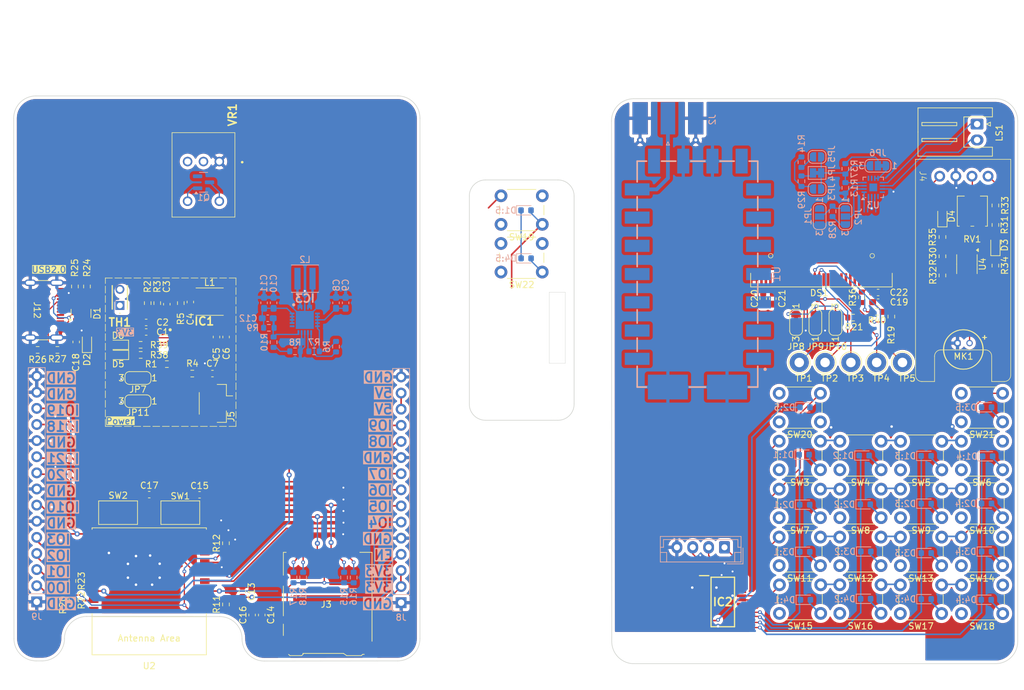
<source format=kicad_pcb>
(kicad_pcb (version 20240108) (generator "pcbnew") (generator_version "8.0")
  (layers (0 "F.Cu" signal) (31 "B.Cu" signal) (34 "B.Paste" user) (35 "F.Paste" user) (36 "B.SilkS" user "B.Silkscreen") (37 "F.SilkS" user "F.Silkscreen") (38 "B.Mask" user) (39 "F.Mask" user) (44 "Edge.Cuts" user))
  (net 0 "")
  (net 1 "GND")
  (net 2 "VBUS")
  (net 3 "Net-(IC1-PMID)")
  (net 4 "Net-(IC1-REGN)")
  (net 5 "Net-(C4-Pad1)")
  (net 6 "Net-(IC1-SW_1)")
  (net 7 "+BATT")
  (net 8 "Net-(IC3-PVIN_1)")
  (net 9 "+3.3V")
  (net 10 "Net-(IC3-FB)")
  (net 11 "/Computing Subsystem/RST")
  (net 12 "/AMP_LRCLK")
  (net 13 "+5V")
  (net 14 "Net-(DS1-C2P)")
  (net 15 "Net-(DS1-C2N)")
  (net 16 "Net-(DS1-C1N)")
  (net 17 "Net-(DS1-C1P)")
  (net 18 "Net-(DS1-VCOMH)")
  (net 19 "Net-(J12-D-)")
  (net 20 "Net-(J12-D+)")
  (net 21 "Net-(D1:1-A)")
  (net 22 "/Keypad/COL5")
  (net 23 "Net-(D1:2-A)")
  (net 24 "/Keypad/COL4")
  (net 25 "Net-(D1:3-A)")
  (net 26 "Net-(D1:4-A)")
  (net 27 "Net-(D1:5-A)")
  (net 28 "Net-(D2:1-A)")
  (net 29 "/Keypad/COL1")
  (net 30 "/Keypad/COL2")
  (net 31 "Net-(D2:2-A)")
  (net 32 "/Keypad/COL3")
  (net 33 "Net-(D2:3-A)")
  (net 34 "Net-(D3-K)")
  (net 35 "Net-(D3:1-A)")
  (net 36 "Net-(D3:2-A)")
  (net 37 "Net-(D3:3-A)")
  (net 38 "Net-(D4-K)")
  (net 39 "Net-(D4:1-A)")
  (net 40 "Net-(D4:2-A)")
  (net 41 "Net-(D4:3-A)")
  (net 42 "Net-(D5-K)")
  (net 43 "Net-(D6-K)")
  (net 44 "/Display/BS2")
  (net 45 "/SPIM2_MOSI")
  (net 46 "/Display/D7")
  (net 47 "/Display/BS1")
  (net 48 "Net-(DS1-IREF)")
  (net 49 "/Display/BS0")
  (net 50 "/Display/D6")
  (net 51 "/OLED_D{slash}~{C}")
  (net 53 "/SPIM2_SCLK")
  (net 54 "/Display/R{slash}~{W}")
  (net 55 "/Display/D2")
  (net 56 "/~{SPIM2_CS}")
  (net 57 "/Display/D3")
  (net 58 "/Display/D4")
  (net 59 "/Display/E{slash}~{RD}")
  (net 60 "/Display/D5")
  (net 61 "Net-(IC1-BTST)")
  (net 62 "/BMS_INT")
  (net 63 "/~{BMS_PG}")
  (net 64 "/BMS_OTG")
  (net 65 "/I2C0_SDA")
  (net 66 "Net-(IC1-PSEL)")
  (net 67 "/~{BMS_CE}")
  (net 68 "/Power Subsystem/TS_P")
  (net 69 "Net-(IC1-ILIM)")
  (net 70 "/Power Subsystem/STAT")
  (net 71 "/I2C0_SCL")
  (net 72 "/~{RADIO_PTT}")
  (net 73 "/~{AMP_SD}")
  (net 74 "/Keypad/ROW2")
  (net 75 "/Keypad/ROW3")
  (net 76 "/~{PCF_INT}")
  (net 77 "/Keypad/ROW1")
  (net 78 "/~{RADIO_PD}")
  (net 79 "Net-(IC3-LX2_1)")
  (net 80 "Net-(IC3-LX1_1)")
  (net 82 "Net-(IC3-MODE)")
  (net 83 "Net-(IC3-EN)")
  (net 84 "/ANT")
  (net 85 "/Computing Subsystem/SD_DAT0")
  (net 86 "/Computing Subsystem/SD_DAT1")
  (net 87 "/Computing Subsystem/SD_DAT2")
  (net 88 "/AMP_BCLK")
  (net 89 "/VOL")
  (net 90 "/RADIO_RXD")
  (net 91 "/USB_DP")
  (net 92 "/Computing Subsystem/SPIM2_MISO")
  (net 93 "/AMP_DIN")
  (net 94 "/RADIO_TXD")
  (net 95 "/USB_DN")
  (net 96 "Net-(J12-VCONN)")
  (net 97 "Net-(J12-CC)")
  (net 98 "Net-(U3-OUTP)")
  (net 99 "Net-(U3-OUTN)")
  (net 100 "Net-(MK1-+)")
  (net 101 "/PWR")
  (net 102 "/Power Subsystem/TS_N")
  (net 103 "Net-(R10-Pad2)")
  (net 104 "/Audio Subsystem/~{SD_MODE}")
  (net 105 "Net-(JP5-A)")
  (net 106 "Net-(JP1-C)")
  (net 107 "Net-(JP2-B)")
  (net 108 "Net-(JP4-A)")
  (net 109 "Net-(U4A--)")
  (net 110 "/MIC_IN")
  (net 111 "/Audio Subsystem/MIC_OUT_D")
  (net 112 "Net-(R34-Pad2)")
  (net 113 "Net-(JP6-C)")
  (net 114 "/AF_OUT")
  (net 118 "/~{Audio_ON}")
  (net 125 "/Audio Subsystem/GAIN_SLOT")
  (net 129 "Net-(D2:4-A)")
  (net 130 "Net-(D3:4-A)")
  (net 131 "Net-(D4:4-A)")
  (net 132 "Net-(D2:5-A)")
  (net 133 "Net-(D3:5-A)")
  (net 134 "Net-(D4:5-A)")
  (net 135 "/Keypad/ROW4")
  (net 136 "+SYS")
  (footprint "Capacitor_SMD:C_0603_1608Metric_Pad1.08x0.95mm_HandSolder" (layer "F.Cu") (at 151.133429 95.451238 90)
    (property "Reference" "C21")
    (property "Value" "1u")
  )
  (footprint "Potentiometer_SMD:Potentiometer_Bourns_3314G_Vertical" (layer "F.Cu") (at 182.553698 81.667948 180)
    (property "Reference" "RV1")
    (property "Value" "Level setpoint")
  )
  (footprint "Resistor_SMD:R_0603_1608Metric" (layer "F.Cu") (at 64.97454 143.625436 -90)
    (property "Reference" "R11")
    (property "Value" "10k")
  )
  (footprint "TestPoint:TestPoint_Loop_D2.54mm_Drill1.5mm_Beaded" (layer "F.Cu") (at 167.48153 105.50553)
    (property "Reference" "TP4")
    (property "Value" "TestPoint")
  )
  (footprint "Resistor_SMD:R_0603_1608Metric" (layer "F.Cu") (at 35.306 103.529015)
    (property "Reference" "R26")
    (property "Value" "5.1K")
  )
  (footprint "Resistor_SMD:R_0603_1608Metric" (layer "F.Cu") (at 177.844846 91.796356 90)
    (property "Reference" "R32")
    (property "Value" "150k")
  )
  (footprint "Display:OLED-128O064D" (layer "F.Cu") (at 158.784166 92.445291)
    (property "Reference" "DS1")
    (property "Value" "OLED-128O064D")
  )
  (footprint "Resistor_SMD:R_0603_1608Metric" (layer "F.Cu") (at 167.541301 97.533322)
    (property "Reference" "R40")
    (property "Value" "10k")
  )
  (footprint "Resistor_SMD:R_0603_1608Metric" (layer "F.Cu") (at 165.144166 95.239291 90)
    (property "Reference" "R36")
    (property "Value" "680k")
  )
  (footprint "Button_Switch_THT:SW_PUSH_6mm_H7.3mm" (layer "F.Cu") (at 177.743627 122.424775 180)
    (property "Reference" "SW5")
    (property "Value" "3")
  )
  (footprint "Resistor_SMD:R_0603_1608Metric" (layer "F.Cu") (at 57.858735 96.153747 90)
    (property "Reference" "R5")
    (property "Value" "0R")
  )
  (footprint "Resistor_SMD:R_0603_1608Metric" (layer "F.Cu") (at 41.181796 93.532001 -90)
    (property "Reference" "R25")
    (property "Value" "0k")
  )
  (footprint "Resistor_SMD:R_0603_1608Metric" (layer "F.Cu") (at 55.667127 105.763571)
    (property "Reference" "R1")
    (property "Value" "10k")
  )
  (footprint "TestPoint:TestPoint_Loop_D2.54mm_Drill1.5mm_Beaded" (layer "F.Cu") (at 155.28953 105.50553)
    (property "Reference" "TP1")
    (property "Value" "TestPoint")
  )
  (footprint "Button_Switch_THT:SW_PUSH_6mm_H7.3mm" (layer "F.Cu") (at 187.322658 122.41487 180)
    (property "Reference" "SW6")
    (property "Value" "UP")
  )
  (footprint "Button_Switch_THT:SW_PUSH_6mm_H7.3mm" (layer "F.Cu") (at 177.723953 137.516355 180)
    (property "Reference" "SW13")
    (property "Value" "9")
  )
  (footprint "Resistor_SMD:R_0603_1608Metric" (layer "F.Cu") (at 51.530956 102.726866)
    (property "Reference" "R39")
    (property "Value" "2.2k")
  )
  (footprint "Package_SO:VSSOP-8_3x3mm_P0.65mm" (layer "F.Cu") (at 181.701393 90.017738 -90)
    (property "Reference" "U4")
    (property "Value" "LM393")
  )
  (footprint "Capacitor_SMD:C_0603_1608Metric_Pad1.08x0.95mm_HandSolder" (layer "F.Cu") (at 59.367344 95.980081 -90)
    (property "Reference" "C4")
    (property "Value" "47n")
  )
  (footprint "PCM_Espressif:ESP32-C3-WROOM-02" (layer "F.Cu") (at 52.885244 138.552608 180)
    (property "Reference" "U2")
    (property "Value" "ESP32-C3-WROOM-02")
  )
  (footprint "LED_SMD:LED_0603_1608Metric_Pad1.05x0.95mm_HandSolder" (layer "F.Cu") (at 186.191761 87.022077 90)
    (property "Reference" "D3")
    (property "Value" "LED")
  )
  (footprint "LED_SMD:LED_0603_1608Metric_Pad1.05x0.95mm_HandSolder" (layer "F.Cu") (at 47.974956 102.726866 180)
    (property "Reference" "D6")
    (property "Value" "LED")
  )
  (footprint "Capacitor_SMD:C_0603_1608Metric_Pad1.08x0.95mm_HandSolder" (layer "F.Cu") (at 55.660106 96.323608 -90)
    (property "Reference" "C3")
    (property "Value" "1uF")
  )
  (footprint "Inductor_SMD:L_Coilcraft_XxL4020" (layer "F.Cu") (at 62.408584 95.920155)
    (property "Reference" "L1")
    (property "Value" "2.2u")
  )
  (footprint "Capacitor_SMD:C_0603_1608Metric_Pad1.08x0.95mm_HandSolder" (layer "F.Cu") (at 62.8441 107.252736 180)
    (property "Reference" "C7")
    (property "Value" "10u")
  )
  (footprint "Button_Switch_THT:SW_PUSH_6mm_H7.3mm" (layer "F.Cu") (at 158.626572 129.959615 180)
    (property "Reference" "SW7")
    (property "Value" "4")
  )
  (footprint "Button_Switch_THT:SW_PUSH_6mm_H7.3mm" (layer "F.Cu") (at 114.79982 91.262456 180)
    (property "Reference" "SW22")
    (property "Value" "SK0")
  )
  (footprint "TestPoint:TestPoint_Loop_D2.54mm_Drill1.5mm_Beaded" (layer "F.Cu") (at 159.35353 105.50553)
    (property "Reference" "TP2")
    (property "Value" "TestPoint")
  )
  (footprint "Resistor_SMD:R_0603_1608Metric" (layer "F.Cu") (at 177.847517 88.774334 90)
    (property "Reference" "R30")
    (property "Value" "100k")
  )
  (footprint "Button_Switch_SMD:SW_SPST_CK_RS282G05A3" (layer "F.Cu") (at 57.779309 129.159052)
    (property "Reference" "SW1")
    (property "Value" "BOOT")
  )
  (footprint "Button_Switch_THT:SW_PUSH_6mm_H7.3mm" (layer "F.Cu") (at 158.628466 122.405032 180)
    (property "Reference" "SW3")
    (property "Value" "1")
  )
  (footprint "Button_Switch_THT:SW_PUSH_6mm_H7.3mm" (layer "F.Cu") (at 168.187025 122.411935 180)
    (property "Reference" "SW4")
    (property "Value" "2")
  )
  (footprint "Resistor_SMD:R_0603_1608Metric" (layer "F.Cu") (at 64.970727 133.982274 -90)
    (property "Reference" "R12")
    (property "Value" "10k")
  )
  (footprint "Capacitor_SMD:C_0603_1608Metric_Pad1.08x0.95mm_HandSolder" (layer "F.Cu") (at 41.373343 102.273913 90)
    (property "Reference" "C18")
    (property "Value" "4.7u")
  )
  (footprint "Button_Switch_THT:SW_PUSH_6mm_H7.3mm" (layer "F.Cu") (at 187.328014 137.515499 180)
    (property "Reference" "SW14")
    (property "Value" "LEFT")
  )
  (footprint "Capacitor_SMD:C_0603_1608Metric_Pad1.08x0.95mm_HandSolder" (layer "F.Cu") (at 67.564 141.6315 -90)
    (property "Reference" "C13")
    (property "Value" "1u")
  )
  (footprint "Resistor_SMD:R_0603_1608Metric" (layer "F.Cu") (at 186.186943 90.246373 -90)
    (property "Reference" "R34")
    (property "Value" "10k")
  )
  (footprint "Capacitor_SMD:C_0603_1608Metric_Pad1.08x0.95mm_HandSolder" (layer "F.Cu") (at 167.714377 95.999986)
    (property "Reference" "C19")
    (property "Value" "10u")
  )
  (footprint "Capacitor_SMD:C_0603_1608Metric_Pad1.08x0.95mm_HandSolder" (layer "F.Cu") (at 149.609429 95.451238 90)
    (property "Reference" "C20")
    (property "Value" "1u")
  )
  (footprint "Button_Switch_THT:SW_PUSH_6mm_H7.3mm" (layer "F.Cu") (at 177.740711 129.958085 180)
    (property "Reference" "SW9")
    (property "Value" "6")
  )
  (footprint "Resistor_SMD:R_0603_1608Metric" (layer "F.Cu") (at 52.644 96.153747 -90)
    (property "Reference" "R2")
    (property "Value" "6.86k")
  )
  (footprint "spur-demo:VMA309" (layer "F.Cu") (at 181.223115 73.502609 180)
    (property "Reference" "J4")
    (property "Value" "VMA309 Module")
  )
  (footprint "TestPoint:TestPoint_Loop_D2.54mm_Drill1.5mm_Beaded" (layer "F.Cu") (at 171.54553 105.50553)
    (property "Reference" "TP5")
    (property "Value" "TestPoint")
  )
  (footprint "Resistor_SMD:R_0603_1608Metric" (layer "F.Cu") (at 186.186943 80.765541 90)
    (property "Reference" "R33")
    (property "Value" "10k")
  )
  (footprint "Jumper:SolderJumper-3_P1.3mm_Bridged12_RoundedPad1.0x1.5mm_NumberLabels" (layer "F.Cu") (at 51.109162 107.95 180)
    (property "Reference" "JP7")
    (property "Value" "PSEL")
  )
  (footprint "Capacitor_SMD:C_0603_1608Metric_Pad1.08x0.95mm_HandSolder" (layer "F.Cu") (at 70.612 145.288 -90)
    (property "Reference" "C14")
    (property "Value" "10u")
  )
  (footprint "Connector_JST:JST_GH_SM02B-GHS-TB_1x02-1MP_P1.25mm_Horizontal" (layer "F.Cu") (at 63.326 111.949 -90)
    (property "Reference" "J5")
    (property "Value" "Conn_01x02")
  )
  (footprint "Resistor_SMD:R_0603_1608Metric" (layer "F.Cu") (at 43.078313 93.532001 90)
    (property "Reference" "R24")
    (property "Value" "0k")
  )
  (footprint "Resistor_SMD:R_0603_1608Metric" (layer "F.Cu") (at 186.194248 83.839716 -90)
    (property "Reference" "R31")
    (property "Value" "100k")
  )
  (footprint "Capacitor_SMD:C_0603_1608Metric_Pad1.08x0.95mm_HandSolder" (layer "F.Cu") (at 52.40977 100.702805 180)
    (property "Reference" "C1")
    (property "Value" "1u")
  )
  (footprint "Capacitor_SMD:C_0603_1608Metric_Pad1.08x0.95mm_HandSolder" (layer "F.Cu") (at 69.088 145.288 90)
    (property "Reference" "C16")
    (property "Value" "0.1u")
  )
  (footprint "Diode_SMD:D_0603_1608Metric_Pad1.05x0.95mm_HandSolder" (layer "F.Cu") (at 43.078313 102.283491 90)
    (property "Reference" "D2")
    (property "Value" "1N5819")
  )
  (footprint "Button_Switch_THT:SW_PUSH_6mm_H7.3mm" (layer "F.Cu") (at 187.344159 145.062531 180)
    (property "Reference" "SW18")
    (property "Value" "RIGHT")
  )
  (footprint "Resistor_SMD:R_0603_1608Metric" (layer "F.Cu") (at 163.762259 98.435474 180)
    (property "Reference" "R21")
    (property "Value" "10k")
  )
  (footprint "LED_SMD:LED_0603_1608Metric_Pad1.05x0.95mm_HandSolder" (layer "F.Cu") (at 47.988369 104.318035 180)
    (property "Reference" "D5")
    (property "Value" "LED")
  )
  (footprint "Button_Switch_THT:SW_PUSH_6mm_H7.3mm" (layer "F.Cu") (at 158.625603 114.864819 180)
    (property "Reference" "SW20")
    (property "Value" "MENU")
  )
  (footprint "TestPoint:TestPoint_Loop_D2.54mm_Drill1.5mm_Beaded" (layer "F.Cu") (at 163.41753 105.50553)
    (property "Reference" "TP3")
    (property "Value" "TestPoint")
  )
  (footprint "Resistor_SMD:R_0603_1608Metric" (layer "F.Cu") (at 40.791727 139.932235 90)
    (property "Reference" "R23")
    (property "Value" "10k")
  )
  (footprint "Jumper:SolderJumper-3_P1.3mm_Bridged12_RoundedPad1.0x1.5mm_NumberLabels" (layer "F.Cu") (at 157.82953 99.177628 90)
    (property "Reference" "JP9")
    (property "Value" "BS1")
  )
  (footprint "Resistor_SMD:R_0603_1608Metric" (layer "F.Cu") (at 54.149927 96.153747 90)
    (property "Reference" "R3")
    (property "Value" "2.27k")
  )
  (footprint "Button_Switch_THT:SW_PUSH_6mm_H7.3mm" (layer "F.Cu") (at 187.322227 129.965442 180)
    (property "Reference" "SW10")
    (property "Value" "DOWN")
  )
  (footprint "Button_Switch_THT:SW_PUSH_6mm_H7.3mm" (layer "F.Cu") (at 168.172602 145.023906 180)
    (property "Reference" "SW16")
    (property "Value" "0")
  )
  (footprint "spur-demo:RK09711110EL" (layer "F.Cu") (at 63.929246 73.853351 90)
    (property "Reference" "VR1")
    (property "Value" "RK09711110EL" (hide yes))
  )
  (footprint "Resistor_SMD:R_0603_1608Metric" (layer "F.Cu") (at 51.543694 104.31657)
    (property "Reference" "R38")
    (property "Value" "2.2k")
  )
  (footprint "Resistor_SMD:R_0603_1608Metric" (layer "F.Cu") (at 59.666775 107.252736)
    (property "Reference" "R4")
    (property "Value" "265R")
  )
  (footprint "Button_Switch_THT:SW_PUSH_6mm_H7.3mm" (layer "F.Cu") (at 158.667717 145.031818 180)
    (property "Reference" "SW15")
    (property "Value" "*")
  )
  (footprint "Resistor_SMD:R_0603_1608Metric" (layer "F.Cu") (at 40.791019 142.943293 -90)
    (property "Reference" "R22")
    (property "Value" "10k")
  )
  (footprint "spur-demo:QFN50P400X400X100-25N-D_BQ24193RGER" (layer "F.Cu") (at 58.582863 102.358)
    (property "Reference" "IC1")
    (property "Value" "BQ24193RGER" (hide yes))
  )
  (footprint "Button_Switch_THT:SW_PUSH_6mm_H7.3mm" (layer "F.Cu") (at 158.626572 137.507615 180)
    (property "Reference" "SW11")
    (property "Value" "7")
  )
  (footprint "Capacitor_SMD:C_0603_1608Metric_Pad1.08x0.95mm_HandSolder" (layer "F.Cu") (at 52.400139 99.199864 180)
    (property "Reference" "C2")
    (property "Value" "10u")
  )
  (footprint "Button_Switch_THT:SW_PUSH_6mm_H7.3mm" (layer "F.Cu") (at 168.165212 137.510279 180)
    (property "Reference" "SW12")
    (property "Value" "8")
  )
  (footprint "Capacitor_SMD:C_0603_1608Metric_Pad1.08x0.95mm_HandSolder" (layer "F.Cu") (at 63.482893 101.491043 -90)
    (property "Reference" "C5")
    (property "Value" "10u")
  )
  (footprint "Sensor_Audio:POM-2244P-C3310-2-R" (layer "F.Cu") (at 180.218 102.450806)
    (property "Reference" "MK1")
    (property "Value" "Microphone_Condenser")
  )
  (footprint "Connector_JST:JST_XH_S2B-XH-A_1x02_P2.50mm_Horizontal" (layer "F.Cu") (at 183.300696 67.952894 -90)
    (property "Reference" "LS1")
    (property "Value" "Speaker")
  )
  (footprint "Jumper:SolderJumper-3_P1.3mm_Bridged12_RoundedPad1.0x1.5mm_NumberLabels" (layer "F.Cu") (at 160.98953 99.177628 90)
    (property "Reference" "JP10")
    (property "Value" "BS2")
  )
  (footprint "Capacitor_SMD:C_0603_1608Metric_Pad1.08x0.95mm_HandSolder" (layer "F.Cu") (at 64.991059 101.493095 -90)
    (property "Reference" "C6")
    (property "Value" "10u")
  )
  (footprint "Resistor_SMD:R_0603_1608Metric" (layer "F.Cu") (at 169.798878 98.275753 90)
    (property "Reference" "R19")
    (property "Value" "10k")
  )
  (footprint "Jumper:SolderJumper-3_P1.3mm_Bridged12_RoundedPad1.0x1.5mm_NumberLabels" (layer "F.Cu") (at 154.78153 99.177628 -90)
    (property "Reference" "JP8")
    (property "Value" "BS0")
  )
  (footprint "spur-demo:SOP65P640X120-24N_PCF8575PWR" (layer "F.Cu") (at 143.240939 143.237)
    (property "Reference" "IC2")
    (property "Value" "PCF8575PWR" (hide yes))
  )
  (footprint "Resistor_SMD:R_0603_1608Metric" (layer "F.Cu") (at 38.417 103.529015 180)
    (property "Reference" "R27")
    (property "Value" "5.1k")
  )
  (footprint "Capacitor_SMD:C_0603_1608Metric_Pad1.08x0.95mm_HandSolder" (layer "F.Cu") (at 167.710863 94.478254)
    (property "Reference" "C22")
    (property "Value" "10u")
  )
  (footprint "Connector_Card:microSD_HC_Hirose_DM3AT-SF-PEJM5" (layer "F.Cu") (at 80.987505 143.298)
    (property "Reference" "J3")
    (property "Value" "SD_Card")
  )
  (footprint "Button_Switch_THT:SW_PUSH_6mm_H7.3mm" (layer "F.Cu") (at 114.808 83.748 180)
    (property "Reference" "SW19")
    (property "Value" "PTT")
  )
  (footprint "Package_TO_SOT_SMD:SOT-143_Handsoldering" (layer "F.Cu") (at 42.137765 97.771469 90)
    (property "Reference" "D1")
    (property "Value" "SP0503BAHTG")
  )
  (footprint "Button_Switch_THT:SW_PUSH_6mm_H7.3mm" (layer "F.Cu") (at 168.188131 129.958085 180)
    (property "Reference" "SW8")
    (property "Value" "5")
  )
  (footprint "Button_Switch_THT:SW_PUSH_6mm_H7.3mm" (layer "F.Cu") (at 187.318812 114.864298 180)
    (property "Reference" "SW21")
    (property "Value" "EXIT")
  )
  (footprint "Capacitor_SMD:C_0603_1608Metric_Pad1.08x0.95mm_HandSolder" (layer "F.Cu") (at 60.816809 126.35499)
    (property "Reference" "C15")
    (property "Value" "0.1u")
  )
  (footprint "Button_Switch_SMD:SW_SPST_CK_RS282G05A3" (layer "F.Cu") (at 47.979604 129.159052)
    (property "Reference" "SW2")
    (property "Value" "RESET")
  )
  (footprint "Button_Switch_THT:SW_PUSH_6mm_H7.3mm" (layer "F.Cu") (at 177.71322 145.051993 180)
    (property "Reference" "SW17")
    (property "Value" "#")
  )
  (footprint "Resistor_SMD:R_0603_1608Metric" (layer "F.Cu") (at 177.851266 85.739715 -90)
    (property "Reference" "R35")
    (property "Value" "1k")
  )
  (footprint "Capacitor_SMD:C_0603_1608Metric_Pad1.08x0.95mm_HandSolder" (layer "F.Cu") (at 52.886329 126.323675 180)
    (property "Reference" "C17")
    (property "Value" "0.1u")
  )
  (footprint "spur-demo:103AT2" (layer "F.Cu") (at 48.26 96.52)
    (property "Reference" "TH1")
    (property "Value" "103AT-2" (hide yes))
  )
  (footprint "LED_SMD:LED_0603_1608Metric_Pad1.05x0.95mm_HandSolder" (layer "F.Cu") (at 177.838949 82.482219 90)
    (property "Reference" "D4")
    (property "Value" "LED")
  )
  (footprint "Connector_USB:USB_C_Receptacle_GCT_USB4105-xx-A_16P_TopMnt_Horizontal" (layer "F.Cu") (at 35.225162 97.266015 -90)
    (property "Reference" "J12")
    (property "Value" "USB_C_Plug_USB2.0")
  )
  (footprint "Jumper:SolderJumper-3_P1.3mm_Bridged12_RoundedPad1.0x1.5mm_NumberLabels" (layer "F.Cu") (at 51.104821 111.607855 180)
    (property "Reference" "JP11")
    (property "Value" "OTG")
  )
  (footprint "Resistor_SMD:R_0603_1608Metric" (layer "F.Cu") (at 39.279238 140.780735 -90)
    (property "Reference" "R20")
    (property "Value" "10k")
  )
  (footprint "Resistor_SMD:R_0603_1608Metric" (layer "B.Cu") (at 162.549093 74.998616 -90)
    (property "Reference" "R37")
    (property "Value" "2k")
  )
  (footprint "Package_DFN_QFN:TQFN-16-1EP_3x3mm_P0.5mm_EP1.23x1.23mm" (layer "B.Cu") (at 166.94386 77.924054)
    (property "Reference" "U3")
    (property "Value" "MAX98357A")
  )
  (footprint "Jumper:SolderJumper-2_P1.3mm_Open_RoundedPad1.0x1.5mm" (layer "B.Cu") (at 158.098326 73.121089)
    (property "Reference" "JP5")
    (property "Value" "CH_RIGHT")
  )
  (footprint "Jumper:SolderJumper-3_P1.3mm_Bridged12_RoundedPad1.0x1.5mm_NumberLabels" (layer "B.Cu") (at 167.6822 74.523868 180)
    (property "Reference" "JP6")
    (property "Value" "Driver")
  )
  (footprint "Jumper:SolderJumper-2_P1.3mm_Open_RoundedPad1.0x1.5mm" (layer "B.Cu") (at 158.098325 78.178262)
    (property "Reference" "JP3")
    (property "Value" "CH_LEFT")
  )
  (footprint "Capacitor_SMD:C_0603_1608Metric_Pad1.08x0.95mm_HandSolder" (layer "B.Cu") (at 72.477611 96.109757 90)
    (property "Reference" "C10")
    (property "Value" "22u")
  )
  (footprint "Resistor_SMD:R_0603_1608Metric" (layer "B.Cu") (at 75.856369 103.751281)
    (property "Reference" "R8")
    (property "Value" "2.2M")
  )
  (footprint "Diode_SMD:D_0603_1608Metric" (layer "B.Cu") (at 175.283992 142.777815)
    (property "Reference" "D4:3")
    (property "Value" "D")
  )
  (footprint "spur-demo:QFN50P400X400X100-21N_ISL91127IRNZ-T7A" (layer "B.Cu") (at 77.39136 98.795136 -90)
    (property "Reference" "IC3")
    (property "Value" "ISL91127IRNZ-T7A" (hide yes))
  )
  (footprint "Diode_SMD:D_0603_1608Metric" (layer "B.Cu") (at 175.271687 120.223539)
    (property "Reference" "D1:3")
    (property "Value" "D")
  )
  (footprint "Resistor_SMD:R_0603_1608Metric" (layer "B.Cu") (at 82.31029 103.016541 -90)
    (property "Reference" "R6")
    (property "Value" "10k")
  )
  (footprint "Diode_SMD:D_0603_1608Metric" (layer "B.Cu") (at 184.962694 120.289761)
    (property "Reference" "D1:4")
    (property "Value" "D")
  )
  (footprint "Diode_SMD:D_0603_1608Metric" (layer "B.Cu") (at 156.147745 127.909761)
    (property "Reference" "D2:1")
    (property "Value" "D")
  )
  (footprint "Connector_Coaxial:SMA_Molex_73251-1153_EdgeMount_Horizontal" (layer "B.Cu") (at 134.596913 68.755436 -90)
    (property "Reference" "J2")
    (property "Value" "Conn_Coaxial")
  )
  (footprint "Diode_SMD:D_0603_1608Metric" (layer "B.Cu") (at 165.742551 142.739763)
    (property "Reference" "D4:2")
    (property "Value" "D")
  )
  (footprint "Diode_SMD:D_0603_1608Metric" (layer "B.Cu") (at 165.684505 127.853364)
    (property "Reference" "D2:2")
    (property "Value" "D")
  )
  (footprint "Resistor_SMD:R_0603_1608Metric" (layer "B.Cu") (at 155.632363 76.951643 -90)
    (property "Reference" "R29")
    (property "Value" "680k")
  )
  (footprint "Resistor_SMD:R_0603_1608Metric" (layer "B.Cu") (at 72.478125 102.305101 -90)
    (property "Reference" "R10")
    (property "Value" "1M")
  )
  (footprint "Capacitor_SMD:C_0603_1608Metric_Pad1.08x0.95mm_HandSolder" (layer "B.Cu") (at 83.82 96.1125 -90)
    (property "Reference" "C9")
    (property "Value" "10u")
  )
  (footprint "Diode_SMD:D_0603_1608Metric" (layer "B.Cu") (at 184.793516 135.292748)
    (property "Reference" "D3:4")
    (property "Value" "D")
  )
  (footprint "Package_TO_SOT_SMD:SOT-23" (layer "B.Cu") (at 61.442906 77.117625)
    (property "Reference" "Q1")
    (property "Value" "ZXMN2A01F")
  )
  (footprint "Connector_PinHeader_2.54mm:PinHeader_1x15_P2.54mm_Vertical" (layer "B.Cu") (at 92.568741 143.345129)
    (property "Reference" "J8")
    (property "Value" "1x15")
  )
  (footprint "Diode_SMD:D_0603_1608Metric" (layer "B.Cu") (at 156.183804 112.57119)
    (property "Reference" "D2:5")
    (property "Value" "D")
  )
  (footprint "Resistor_SMD:R_0603_1608Metric" (layer "B.Cu") (at 77.129031 139.383 -90)
    (property "Reference" "R18")
    (property "Value" "10k")
  )
  (footprint "Diode_SMD:D_0603_1608Metric" (layer "B.Cu") (at 184.788051 112.560693)
    (property "Reference" "D3:5")
    (property "Value" "D")
  )
  (footprint "Capacitor_SMD:C_0603_1608Metric_Pad1.08x0.95mm_HandSolder" (layer "B.Cu") (at 70.976906 96.109757 90)
    (property "Reference" "C11")
    (property "Value" "22u")
  )
  (footprint "Diode_SMD:D_0603_1608Metric" (layer "B.Cu") (at 184.733745 142.886566)
    (property "Reference" "D4:4")
    (property "Value" "D")
  )
  (footprint "Diode_SMD:D_0603_1608Metric" (layer "B.Cu") (at 165.771804 135.287517)
    (property "Reference" "D3:2")
    (property "Value" "D")
  )
  (footprint "Resistor_SMD:R_0603_1608Metric" (layer "B.Cu") (at 160.531049 81.69399 -90)
    (property "Reference" "R28")
    (property "Value" "100k 5%")
  )
  (footprint "Jumper:SolderJumper-3_P1.3mm_Open_RoundedPad1.0x1.5mm_NumberLabels" (layer "B.Cu") (at 158.500001 82.515528 -90)
    (property "Reference" "JP1")
    (property "Value" "GAIN_{LOGIC}")
  )
  (footprint "Diode_SMD:D_0603_1608Metric" (layer "B.Cu") (at 184.784296 127.721248)
    (property "Reference" "D2:4")
    (property "Value" "D")
  )
  (footprint "Resistor_SMD:R_0603_1608Metric" (layer "B.Cu") (at 71.730325 100.046635)
    (property "Reference" "R9")
    (property "Value" "1M")
  )
  (footprint "Diode_SMD:D_0603_1608Metric" (layer "B.Cu") (at 156.057573 120.026792)
    (property "Reference" "D1:1")
    (property "Value" "D")
  )
  (footprint "Diode_SMD:D_0603_1608Metric" (layer "B.Cu") (at 112.254442 89.101452)
    (property "Reference" "D4:5")
    (property "Value" "D")
  )
  (footprint "Resistor_SMD:R_0603_1608Metric" (layer "B.Cu") (at 155.632363 73.944183 -90)
    (property "Reference" "R14")
    (property "Value" "330k")
  )
  (footprint "Jumper:SolderJumper-2_P1.3mm_Bridged_Pad1.0x1.5mm" (layer "B.Cu") (at 158.098325 75.646195)
    (property "Reference" "JP4")
    (property "Value" "CH_MIX")
  )
  (footprint "Inductor_SMD:L_Coilcraft_XxL4020" (layer "B.Cu") (at 77.425367 92.299757 180)
    (property "Reference" "L2")
    (property "Value" "1u")
  )
  (footprint "Connector_PinHeader_2.54mm:PinHeader_1x15_P2.54mm_Vertical" (layer "B.Cu") (at 35.164741 143.21554)
    (property "Reference" "J9")
    (property "Value" "1x15")
  )
  (footprint "Diode_SMD:D_0603_1608Metric" (layer "B.Cu") (at 175.280046 127.747005)
    (property "Reference" "D2:3")
    (property "Value" "D")
  )
  (footprint "Diode_SMD:D_0603_1608Metric" (layer "B.Cu") (at 175.285194 135.529761)
    (property "Reference" "D3:3")
    (property "Value" "D")
  )
  (footprint "Diode_SMD:D_0603_1608Metric" (layer "B.Cu") (at 156.15807 135.339088)
    (property "Reference" "D3:1")
    (property "Value" "D")
  )
  (footprint "Connector_JST:JST_EH_B4B-EH-A_1x04_P2.50mm_Vertical" (layer "B.Cu") (at 143.51 134.62 180)
    (property "Reference" "J1" (hide yes))
    (property "Value" "Peripherals")
  )
  (footprint "Resistor_SMD:R_0603_1608Metric" (layer "B.Cu") (at 75.612916 139.383 -90)
    (property "Reference" "R17")
    (property "Value" "10k")
  )
  (footprint "Jumper:SolderJumper-3_P1.3mm_Open_RoundedPad1.0x1.5mm_NumberLabels" (layer "B.Cu") (at 162.561384 82.515528 -90)
    (property "Reference" "JP2")
    (property "Value" "GAIN_{R}")
  )
  (footprint "Resistor_SMD:R_0603_1608Metric" (layer "B.Cu") (at 85.09 139.383 -90)
    (property "Reference" "R16")
    (property "Value" "10k")
  )
  (footprint "sa8x8:G-NICERF_SA868" (layer "B.Cu") (at 139.311345 91.5794 90)
    (property "Reference" "U1")
    (property "Value" "SA868")
  )
  (footprint "Diode_SMD:D_0603_1608Metric" (layer "B.Cu") (at 156.260694 142.895761)
    (property "Reference" "D4:1")
    (property "Value" "D")
  )
  (footprint "Resistor_SMD:R_0603_1608Metric" (layer "B.Cu") (at 162.549591 77.999054 90)
    (property "Reference" "R13")
    (property "Value" "100k")
  )
  (footprint "Diode_SMD:D_0603_1608Metric" (layer "B.Cu") (at 112.2425 81.534)
    (property "Reference" "D1:5")
    (property "Value" "D")
  )
  (footprint "Capacitor_SMD:C_0603_1608Metric_Pad1.08x0.95mm_HandSolder" (layer "B.Cu") (at 82.312005 96.109757 -90)
    (property "Reference" "C8")
    (property "Value" "10u")
  )
  (footprint "Diode_SMD:D_0603_1608Metric" (layer "B.Cu") (at 165.5098 120.166367)
    (property "Reference" "D1:2")
    (property "Value" "D")
  )
  (footprint "Capacitor_SMD:C_0603_1608Metric_Pad1.08x0.95mm_HandSolder" (layer "B.Cu") (at 71.557004 98.538494)
    (property "Reference" "C12")
    (property "Value" "56p")
  )
  (footprint "Resistor_SMD:R_0603_1608Metric" (layer "B.Cu") (at 78.866405 103.754585)
    (property "Reference" "R7")
    (property "Value" "10k")
  )
  (footprint "Resistor_SMD:R_0603_1608Metric" (layer "B.Cu") (at 83.574743 139.383 -90)
    (property "Reference" "R15")
    (property "Value" "10k")
  )
  (gr_rect (start 45.974 92.202) (end 66.548 115.57) (stroke (width 0.1) (type dash)) (fill none) (layer "F.SilkS"))
  (gr_line (start 115.896856 105.643697) (end 118.436856 105.643697) (stroke (width 0.05)) (layer "Edge.Cuts"))
  (gr_line (start 116.321637 114.608088) (end 105.851652 114.608113) (stroke (width 0.1)) (layer "Edge.Cuts"))
  (gr_arc (start 189.706895 149.4562) (mid 188.681769 151.931095) (end 186.206895 152.956221) (stroke (width 0.1)) (layer "Edge.Cuts"))
  (gr_line (start 119.821637 112.068081) (end 119.821637 79.287942) (stroke (width 0.1)) (layer "Edge.Cuts"))
  (gr_arc (start 117.281646 76.752985) (mid 119.075912 77.495152) (end 119.821637 79.287942) (stroke (width 0.1)) (layer "Edge.Cuts"))
  (gr_line (start 115.896856 105.643697) (end 115.896856 94.429018) (stroke (width 0.05)) (layer "Edge.Cuts"))
  (gr_arc (start 35.0755 152.514) (mid 32.603889 151.492132) (end 31.575505 149.008257) (stroke (width 0.1)) (layer "Edge.Cuts"))
  (gr_arc (start 64.012093 145.539132) (mid 66.482755 146.564245) (end 67.507874 149.039126) (stroke (width 0.1)) (layer "Edge.Cuts"))
  (gr_arc (start 39.533 149.014) (mid 38.507874 151.488874) (end 36.033 152.514) (stroke (width 0.1)) (layer "Edge.Cuts"))
  (gr_arc (start 105.851652 114.608113) (mid 104.051841 113.860416) (end 103.311637 112.05751) (stroke (width 0.1)) (layer "Edge.Cuts"))
  (gr_arc (start 125.708636 67.45774) (mid 126.73315 64.981759) (end 129.208646 63.956023) (stroke (width 0.1)) (layer "Edge.Cuts"))
  (gr_arc (start 92.033011 63.513989) (mid 94.504781 64.536022) (end 95.533 67.022774) (stroke (width 0.1)) (layer "Edge.Cuts"))
  (gr_line (start 115.896856 94.429018) (end 118.436856 94.429018) (stroke (width 0.05)) (layer "Edge.Cuts"))
  (gr_arc (start 103.311637 79.293081) (mid 104.052747 77.499828) (end 105.84362 76.752985) (stroke (width 0.1)) (layer "Edge.Cuts"))
  (gr_line (start 117.281646 76.752985) (end 105.84362 76.752985) (stroke (width 0.1)) (layer "Edge.Cuts"))
  (gr_arc (start 39.533 149.014) (mid 40.558126 146.539126) (end 43.037193 145.514003) (stroke (width 0.1)) (layer "Edge.Cuts"))
  (gr_line (start 125.708636 67.45774) (end 125.74941 149.470628) (stroke (width 0.1)) (layer "Edge.Cuts"))
  (gr_line (start 31.534741 67.01551) (end 31.575505 149.008257) (stroke (width 0.1)) (layer "Edge.Cuts"))
  (gr_line (start 35.0755 152.514) (end 36.033 152.514) (stroke (width 0.1)) (layer "Edge.Cuts"))
  (gr_line (start 95.533 149.014) (end 95.533 67.022774) (stroke (width 0.1)) (layer "Edge.Cuts"))
  (gr_line (start 103.311637 112.05751) (end 103.311637 79.293081) (stroke (width 0.1)) (layer "Edge.Cuts"))
  (gr_line (start 64.012093 145.539131) (end 43.037193 145.514005) (stroke (width 0.1)) (layer "Edge.Cuts"))
  (gr_line (start 92.033011 63.513989) (end 35.034752 63.513802) (stroke (width 0.1)) (layer "Edge.Cuts"))
  (gr_line (start 189.706895 149.4562) (end 189.706895 67.4562) (stroke (width 0.1)) (layer "Edge.Cuts"))
  (gr_line (start 117.281643 114.608086) (end 116.321637 114.608088) (stroke (width 0.1)) (layer "Edge.Cuts"))
  (gr_line (start 186.206911 63.95621) (end 129.208646 63.956023) (stroke (width 0.1)) (layer "Edge.Cuts"))
  (gr_arc (start 119.821637 112.068081) (mid 119.07769 113.864127) (end 117.281643 114.608086) (stroke (width 0.1)) (layer "Edge.Cuts"))
  (gr_line (start 118.436856 105.643697) (end 118.436856 94.429018) (stroke (width 0.05)) (layer "Edge.Cuts"))
  (gr_arc (start 186.203794 63.953647) (mid 188.678654 64.978774) (end 189.703773 67.453637) (stroke (width 0.1)) (layer "Edge.Cuts"))
  (gr_arc (start 71.012083 152.539121) (mid 68.533008 151.513992) (end 67.507874 149.039126) (stroke (width 0.1)) (layer "Edge.Cuts"))
  (gr_arc (start 95.533 149.014) (mid 94.507874 151.488874) (end 92.037183 152.513997) (stroke (width 0.1)) (layer "Edge.Cuts"))
  (gr_arc (start 31.534741 67.01551) (mid 32.559245 64.539529) (end 35.034752 63.513802) (stroke (width 0.1)) (layer "Edge.Cuts"))
  (gr_line (start 129.2494 152.956221) (end 186.206895 152.956221) (stroke (width 0.1)) (layer "Edge.Cuts"))
  (gr_arc (start 129.2494 152.956221) (mid 126.777784 151.934353) (end 125.74941 149.470628) (stroke (width 0.1)) (layer "Edge.Cuts"))
  (gr_line (start 71.012083 152.539121) (end 92.037183 152.513995) (stroke (width 0.1)) (layer "Edge.Cuts"))
  (gr_text "3V3" (at 91.277206 139.276938 -0) (layer "B.SilkS" knockout) (effects (font (size 1.5 1.5) (thickness 0.3) (bold yes)) (justify left bottom mirror)))
  (gr_text "GND" (at 36.533 108.862823 -0) (layer "B.SilkS" knockout) (effects (font (size 1.5 1.5) (thickness 0.3) (bold yes)) (justify right bottom mirror)))
  (gr_text "GND" (at 36.533 111.402823 -0) (layer "B.SilkS" knockout) (effects (font (size 1.5 1.5) (thickness 0.3) (bold yes)) (justify right bottom mirror)))
  (gr_text "GND" (at 91.359216 134.204169 -0) (layer "B.SilkS" knockout) (effects (font (size 1.5 1.5) (thickness 0.3) (bold yes)) (justify left bottom mirror)))
  (gr_text "IO2" (at 36.533 136.82493 -0) (layer "B.SilkS" knockout) (effects (font (size 1.5 1.5) (thickness 0.3) (bold yes)) (justify right bottom mirror)))
  (gr_text "3V3" (at 91.277206 141.831425 -0) (layer "B.SilkS" knockout) (effects (font (size 1.5 1.5) (thickness 0.3) (bold yes)) (justify left bottom mirror)))
  (gr_text "5V" (at 91.359216 111.213786 -0) (layer "B.SilkS" knockout) (effects (font (size 1.5 1.5) (thickness 0.3) (bold yes)) (justify left bottom mirror)))
  (gr_text "IO10" (at 36.533 129.20493 -0) (layer "B.SilkS" knockout) (effects (font (size 1.5 1.5) (thickness 0.3) (bold yes)) (justify right bottom mirror)))
  (gr_text "IO7" (at 91.359216 123.986221 -0) (layer "B.SilkS" knockout) (effects (font (size 1.5 1.5) (thickness 0.3) (bold yes)) (justify left bottom mirror)))
  (gr_text "IO20" (at 36.533 124.12493 -0) (layer "B.SilkS" knockout) (effects (font (size 1.5 1.5) (thickness 0.3) (bold yes)) (justify right bottom mirror)))
  (gr_text "GND" (at 36.533 126.642823 -0) (layer "B.SilkS" knockout) (effects (font (size 1.5 1.5) (thickness 0.3) (bold yes)) (justify right bottom mirror)))
  (gr_text "GND" (at 91.359216 144.422117 -0) (layer "B.SilkS" knockout) (effects (font (size 1.5 1.5) (thickness 0.3) (bold yes)) (justify left bottom mirror)))
  (gr_text "GND" (at 91.490366 108.745093 -0) (layer "B.SilkS" knockout) (effects (font (size 1.5 1.5) (thickness 0.3) (bold yes)) (justify left bottom mirror)))
  (gr_text "IO18" (at 36.533 116.50493 -0) (layer "B.SilkS" knockout) (effects (font (size 1.5 1.5) (thickness 0.3) (bold yes)) (justify right bottom mirror)))
  (gr_text "IO8" (at 91.359216 118.877247 -0) (layer "B.SilkS" knockout) (effects (font (size 1.5 1.5) (thickness 0.3) (bold yes)) (justify left bottom mirror)))
  (gr_text "GND" (at 36.533 131.722823 -0) (layer "B.SilkS" knockout) (effects (font (size 1.5 1.5) (thickness 0.3) (bold yes)) (justify right bottom mirror)))
  (gr_text "IO5" (at 91.359216 129.095195 -0) (layer "B.SilkS" knockout) (effects (font (size 1.5 1.5) (thickness 0.3) (bold yes)) (justify left bottom mirror)))
  (gr_text "IO19" (at 36.533 113.96493 -0) (layer "B.SilkS" knockout) (effects (font (size 1.5 1.5) (thickness 0.3) (bold yes)) (justify right bottom mirror)))
  (gr_text "IO21" (at 36.533 121.58493 -0) (layer "B.SilkS" knockout) (effects (font (size 1.5 1.5) (thickness 0.3) (bold yes)) (justify right bottom mirror)))
  (gr_text "IO4" (at 91.359216 131.649682 -0) (layer "B.SilkS" knockout) (effects (font (size 1.5 1.5) (thickness 0.3) (bold yes)) (justify left bottom mirror)))
  (gr_text "GND" (at 91.377079 121.433254 -0) (layer "B.SilkS" knockout) (effects (font (size 1.5 1.5) (thickness 0.3) (bold yes)) (justify left bottom mirror)))
  (gr_text "IO0" (at 36.533 141.90493 -0) (layer "B.SilkS" knockout) (effects (font (size 1.5 1.5) (thickness 0.3) (bold yes)) (justify right bottom mirror)))
  (gr_text "IO3" (at 36.533 134.28493 -0) (layer "B.SilkS" knockout) (effects (font (size 1.5 1.5) (thickness 0.3) (bold yes)) (justify right bottom mirror)))
  (gr_text "IO1" (at 36.533 139.36493 -0) (layer "B.SilkS" knockout) (effects (font (size 1.5 1.5) (thickness 0.3) (bold yes)) (justify right bottom mirror)))
  (gr_text "IO6" (at 91.359216 126.540708 -0) (layer "B.SilkS" knockout) (effects (font (size 1.5 1.5) (thickness 0.3) (bold yes)) (justify left bottom mirror)))
  (gr_text "EN" (at 91.43938 136.73613 -0) (layer "B.SilkS" knockout) (effects (font (size 1.5 1.5) (thickness 0.3) (bold yes)) (justify left bottom mirror)))
  (gr_text "3V3" (at 50.546 101.346 0) (layer "B.SilkS" knockout) (effects (font (size 1 1)) (justify left bottom mirror)))
  (gr_text "5V" (at 91.359216 113.768273 -0) (layer "B.SilkS" knockout) (effects (font (size 1.5 1.5) (thickness 0.3) (bold yes)) (justify left bottom mirror)))
  (gr_text "GND" (at 36.533 144.422823 -0) (layer "B.SilkS" knockout) (effects (font (size 1.5 1.5) (thickness 0.3) (bold yes)) (justify right bottom mirror)))
  (gr_text "IO9" (at 91.359216 116.32276 -0) (layer "B.SilkS" knockout) (effects (font (size 1.5 1.5) (thickness 0.3) (bold yes)) (justify left bottom mirror)))
  (gr_text "GND" (at 36.56324 118.99117 -0) (layer "B.SilkS" knockout) (effects (font (size 1.5 1.5) (thickness 0.3) (bold yes)) (justify right bottom mirror)))
  (gr_text "USB2.0" (at 34.29 91.47 0) (layer "F.SilkS" knockout) (effects (font (size 1 1)) (justify left bottom)))
  (gr_text "Power" (at 45.974 115.316 0) (layer "F.SilkS" knockout) (effects (font (size 1 1)) (justify left bottom)))
  (segment (start 60.582863 101.608) (end 59.332863 101.608) (width 0.2) (layer "F.Cu") (net 1))
  (segment (start 41.373343 101.411413) (end 41.373343 99.285891) (width 0.2) (layer "F.Cu") (net 1))
  (segment (start 49.636596 108.122566) (end 49.809162 107.95) (width 0.2) (layer "F.Cu") (net 1))
  (segment (start 53.34 139.667364) (end 53.025244 139.352608) (width 0.25) (layer "F.Cu") (net 1))
  (segment (start 61.46 101.608) (end 62.23 100.838) (width 0.2) (layer "F.Cu") (net 1))
  (segment (start 61.966986 107.25695) (end 60.55894 107.25695) (width 0.2) (layer "F.Cu") (net 1))
  (segment (start 54.533 139.414) (end 53.086636 139.414) (width 0.25) (layer "F.Cu") (net 1))
  (segment (start 156.30553 100.477628) (end 159.35353 100.477628) (width 0.2) (layer "F.Cu") (net 1))
  (segment (start 50.825244 136.026643) (end 50.825244 137.152608) (width 0.25) (layer "F.Cu") (net 1))
  (segment (start 60.582863 101.608) (end 61.46 101.608) (width 0.2) (layer "F.Cu") (net 1))
  (segment (start 61.198 101.108) (end 60.582863 101.108) (width 0.2) (layer "F.Cu") (net 1))
  (segment (start 64.991059 100.630595) (end 63.484945 100.630595) (width 0.2) (layer "F.Cu") (net 1))
  (segment (start 59.832863 101.108) (end 58.582863 102.358) (width 0.2) (layer "F.Cu") (net 1))
  (segment (start 177.851266 87.945585) (end 177.847517 87.949334) (width 0.2) (layer "F.Cu") (net 1))
  (segment (start 141.582 140.312) (end 140.302939 140.312) (width 0.25) (layer "F.Cu") (net 1))
  (segment (start 168.576877 94.481768) (end 168.573363 94.478254) (width 0.2) (layer "F.Cu") (net 1))
  (segment (start 48.458707 111.771132) (end 48.621984 111.607855) (width 0.2) (layer "F.Cu") (net 1))
  (segment (start 53.086636 137.214) (end 53.025244 137.152608) (width 0.25) (layer "F.Cu") (net 1))
  (segment (start 50.825244 140.488756) (end 50.825244 139.352608) (width 0.25) (layer "F.Cu") (net 1))
  (segment (start 140.302939 140.962) (end 140.245826 140.904887) (width 0.25) (layer "F.Cu") (net 1))
  (segment (start 140.897649 140.904751) (end 140.8404 140.962) (width 0.25) (layer "F.Cu") (net 1))
  (segment (start 142.24 140.97) (end 141.582 140.312) (width 0.25) (layer "F.Cu") (net 1))
  (segment (start 167.479606 78.599668) (end 170.134911 78.599668) (width 0.2) (layer "F.Cu") (net 1))
  (segment (start 50.8 136.001399) (end 50.825244 136.026643) (width 0.25) (layer "F.Cu") (net 1))
  (segment (start 60.979975 112.574) (end 59.69 111.284025) (width 0.2) (layer "F.Cu") (net 1))
  (segment (start 38.905162 100.466015) (end 40.107162 100.466015) (width 0.2) (layer "F.Cu") (net 1))
  (segment (start 53.086636 139.414) (end 53.025244 139.352608) (width 0.25) (layer "F.Cu") (net 1))
  (segment (start 48.475427 108.122566) (end 49.636596 108.122566) (width 0.2) (layer "F.Cu") (net 1))
  (segment (start 180.218 102.450806) (end 180.218 98.240806) (width 0.2) (layer "F.Cu") (net 1))
  (segment (start 53.879309 129.157998) (end 53.879309 126.454155) (width 0.2) (layer "F.Cu") (net 1))
  (segment (start 54.533 137.214) (end 53.086636 137.214) (width 0.25) (layer "F.Cu") (net 1))
  (segment (start 51.520538 99.369258) (end 51.520538 98.102209) (width 0.2) (layer "F.Cu") (net 1))
  (segment (start 40.108765 100.464412) (end 41.301708 99.271469) (width 0.2) (layer "F.Cu") (net 1))
  (segment (start 59.332863 101.608) (end 58.582863 102.358) (width 0.2) (layer "F.Cu") (net 1))
  (segment (start 40.107162 100.466015) (end 40.108765 100.464412) (width 0.2) (layer "F.Cu") (net 1))
  (segment (start 65.176 112.574) (end 60.979975 112.574) (width 0.2) (layer "F.Cu") (net 1))
  (segment (start 48.621984 111.607855) (end 49.804821 111.607855) (width 0.2) (layer "F.Cu") (net 1))
  (segment (start 140.556939 147.066) (end 140.302939 146.812) (width 0.25) (layer "F.Cu") (net 1))
  (segment (start 180.726393 87.905238) (end 180.682297 87.949334) (width 0.2) (layer "F.Cu") (net 1))
  (segment (start 60.582863 101.608) (end 60.582863 101.108) (width 0.2) (layer "F.Cu") (net 1))
  (segment (start 38.905162 94.066015) (end 39.706858 94.066015) (width 0.2) (layer "F.Cu") (net 1))
  (segment (start 50.8 140.514) (end 50.825244 140.488756) (width 0.25) (layer "F.Cu") (net 1))
  (segment (start 140.302939 140.312) (end 140.245826 140.369113) (width 0.25) (layer "F.Cu") (net 1))
  (segment (start 60.491775 108.164225) (end 60.491775 107.252736) (width 0.2) (layer "F.Cu") (net 1))
  (segment (start 51.537639 99.199864) (end 51.537639 100.693174) (width 0.2) (layer "F.Cu") (net 1))
  (segment (start 50.768335 139.409517) (end 50.825244 139.352608) (width 0.25) (layer "F.Cu") (net 1))
  (segment (start 42.236941 100.471415) (end 42.236941 100.120645) (width 0.2) (layer "F.Cu") (net 1))
  (segment (start 154.78153 100.477628) (end 156.30553 100.477628) (width 0.2) (layer "F.Cu") (net 1))
  (segment (start 51.520538 98.102209) (end 52.644 96.978747) (width 0.2) (layer "F.Cu") (net 1))
  (segment (start 180.682297 87.949334) (end 177.847517 87.949334) (width 0.2) (layer "F.Cu") (net 1))
  (segment (start 53.879309 126.454155) (end 53.748829 126.323675) (width 0.2) (layer "F.Cu") (net 1))
  (segment (start 41.301708 99.271469) (end 41.387765 99.271469) (width 0.2) (layer "F.Cu") (net 1))
  (segment (start 53.594 96.028747) (end 52.644 96.978747) (width 0.2) (layer "F.Cu") (net 1))
  (segment (start 144.78 142.24) (end 144.78 142.048439) (width 0.25) (layer "F.Cu") (net 1))
  (segment (start 164.644291 96.064291) (end 163.67153 95.09153) (width 0.2) (layer "F.Cu") (net 1))
  (segment (start 166.69386 79.385414) (end 167.479606 78.599668) (width 0.2) (layer "F.Cu") (net 1))
  (segment (start 63.484945 100.630595) (end 63.482893 100.628543) (width 0.2) (layer "F.Cu") (net 1))
  (segment (start 51.520538 100.862568) (end 51.530169 100.872199) (width 0.2) (layer "F.Cu") (net 1))
  (segment (start 49.53 137.232108) (end 50.745744 137.232108) (width 0.25) (layer "F.Cu") (net 1))
  (segment (start 165.144166 96.064291) (end 164.644291 96.064291) (width 0.2) (layer "F.Cu") (net 1))
  (segment (start 49.53 139.409517) (end 50.768335 139.409517) (width 0.25) (layer "F.Cu") (net 1))
  (segment (start 168.234166 92.445291) (end 168.934166 92.445291) (width 0.2) (layer "F.Cu") (net 1))
  (segment (start 180.218 98.281551) (end 180.218 96.926123) (width 0.2) (layer "F.Cu") (net 1))
  (segment (start 55.660106 95.117581) (end 54.74894 96.028747) (width 0.2) (layer "F.Cu") (net 1))
  (segment (start 176.093313 92.801436) (end 176.093313 89.703538) (width 0.2) (layer "F.Cu") (net 1))
  (segment (start 138.495113 140.904887) (end 138.43 140.97) (width 0.25) (layer "F.Cu") (net 1))
  (segment (start 59.69 111.284025) (end 59.69 108.966) (width 0.2) (layer "F.Cu") (net 1))
  (segment (start 140.245826 140.369113) (end 140.245826 140.904887) (width 0.25) (layer "F.Cu") (net 1))
  (segment (start 61.982511 100.323489) (end 61.198 101.108) (width 0.2) (layer "F.Cu") (net 1))
  (segment (start 53.025244 135.92) (end 53.025244 137.152608) (width 0.25) (layer "F.Cu") (net 1))
  (segment (start 53.34 140.514) (end 53.34 139.667364) (width 0.25) (layer "F.Cu") (net 1))
  (segment (start 140.8404 140.962) (end 140.302939 140.962) (width 0.25) (layer "F.Cu") (net 1))
  (segment (start 142.494 147.066) (end 140.556939 147.066) (width 0.25) (layer "F.Cu") (net 1))
  (segment (start 180.218 96.926123) (end 176.093313 92.801436) (width 0.2) (layer "F.Cu") (net 1))
  (segment (start 177.851266 86.564715) (end 177.851266 87.945585) (width 0.2) (layer "F.Cu") (net 1))
  (segment (start 41.373343 99.285891) (end 41.387765 99.271469) (width 0.2) (layer "F.Cu") (net 1))
  (segment (start 59.69 108.966) (end 60.491775 108.164225) (width 0.2) (layer "F.Cu") (net 1))
  (segment (start 42.236941 100.120645) (end 41.387765 99.271469) (width 0.2) (layer "F.Cu") (net 1))
  (segment (start 62.23 100.838) (end 63.273436 100.838) (width 0.2) (layer "F.Cu") (net 1))
  (segment (start 39.706858 94.066015) (end 40.206796 94.565953) (width 0.2) (layer "F.Cu") (net 1))
  (segment (start 144.78 142.048439) (end 145.216439 141.612) (width 0.25) (layer "F.Cu") (net 1))
  (segment (start 50.745744 137.232108) (end 50.825244 137.152608) (width 0.25) (layer "F.Cu") (net 1))
  (segment (start 145.216439 141.612) (end 146.178939 141.612) (width 0.25) (layer "F.Cu") (net 1))
  (segment (start 63.644976 100.323489) (end 61.982511 100.323489) (width 0.2) (layer "F.Cu") (net 1))
  (segment (start 60.55894 107.25695) (end 60.508266 107.307624) (width 0.2) (layer "F.Cu") (net 1))
  (segment (start 176.093313 89.703538) (end 177.847517 87.949334) (width 0.2) (layer "F.Cu") (net 1))
  (segment (start 159.35353 100.477628) (end 160.98953 100.477628) (width 0.2) (layer "F.Cu") (net 1))
  (segment (start 168.576877 95.999986) (end 168.576877 94.481768) (width 0.2) (layer "F.Cu") (net 1))
  (segment (start 60.582863 101.108) (end 59.832863 101.108) (width 0.2) (layer "F.Cu") (net 1))
  (segment (start 166.69386 81.244389) (end 166.69386 79.385414) (width 0.2) (layer "F.Cu") (net 1))
  (segment (start 140.245826 140.904887) (end 138.495113 140.904887) (width 0.25) (layer "F.Cu") (net 1))
  (segment (start 63.273436 100.838) (end 63.482893 100.628543) (width 0.2) (layer "F.Cu") (net 1))
  (segment (start 54.74894 96.028747) (end 53.594 96.028747) (width 0.2) (layer "F.Cu") (net 1))
  (via (at 83.481654 128.903435) (size 0.6) (drill 0.3) (layers "F.Cu" "B.Cu") (net 1))
  (via (at 180.032956 77.999729) (size 0.6) (drill 0.3) (layers "F.Cu" "B.Cu") (net 1))
  (via (at 65.365093 131.933648) (size 0.6) (drill 0.3) (layers "F.Cu" "B.Cu") (net 1))
  (via (at 48.475427 108.122566) (size 0.6) (drill 0.3) (layers "F.Cu" "B.Cu") (net 1))
  (via (at 142.494 147.066) (size 0.8) (drill 0.4) (layers "F.Cu" "B.Cu") (net 1))
  (via (at 64.218245 130.384812) (size 0.6) (drill 0.3) (layers "F.Cu" "B.Cu") (net 1))
  (via (at 83.442452 132.563057) (size 0.6) (drill 0.3) (layers "F.Cu" "B.Cu") (net 1))
  (via (at 50.8 140.514) (size 0.8) (drill 0.4) (layers "F.Cu" "B.Cu") (net 1))
  (via (at 53.025244 135.92) (size 0.8) (drill 0.4) (layers "F.Cu" "B.Cu") (net 1))
  (via (at 61.65094 105.647825) (size 0.6) (drill 0.3) (layers "F.Cu" "B.Cu") (net 1))
  (via (at 83.475676 125.223952) (size 0.6) (drill 0.3) (layers "F.Cu" "B.Cu") (net 1))
  (via (at 53.34 140.514) (size 0.8) (drill 0.4) (layers "F.Cu" "B.Cu") (net 1))
  (via (at 38.1 121.95) (size 0.6) (drill 0.3) (layers "F.Cu" "B.Cu") (net 1))
  (via (at 46.533 135.514) (size 0.8) (drill 0.4) (layers "F.Cu" "B.Cu") (net 1))
  (via (at 65.500086 139.128988) (size 0.6) (drill 0.3) (layers "F.Cu" "B.Cu") (net 1))
  (via (at 144.78 138.43) (size 0.6) (drill 0.3) (layers "F.Cu" "B.Cu") (net 1))
  (via (at 83.487758 130.741837) (size 0.6) (drill 0.3) (layers "F.Cu" "B.Cu") (net 1))
  (via (at 38.960212 133.514) (size 0.8) (drill 0.4) (layers "F.Cu" "B.Cu") (net 1))
  (via (at 142.24 140.97) (size 0.8) (drill 0.4) (layers "F.Cu" "B.Cu") (net 1))
  (via (at 66.42468 133.403927) (size 0.6) (drill 0.3) (layers "F.Cu" "B.Cu") (net 1))
  (via (at 139.7 135.89) (size 0.6) (drill 0.3) (layers "F.Cu" "B.Cu") (net 1))
  (via (at 54.533 137.214) (size 0.8) (drill 0.4) (layers "F.Cu" "B.Cu") (net 1))
  (via (at 50.8 136.001399) (size 0.8) (drill 0.4) (layers "F.Cu" "B.Cu") (net 1))
  (via (at 38.1 114.028101) (size 0.6) (drill 0.3) (layers "F.Cu" "B.Cu") (net 1))
  (via (at 40.206796 94.565953) (size 0.6) (drill 0.3) (layers "F.Cu" "B.Cu") (net 1))
  (via (at 159.35353 100.477628) (size 0.6) (drill 0.3) (layers "F.Cu" "B.Cu") (net 1))
  (via (at 49.53 139.409517) (size 0.8) (drill 0.4) (layers "F.Cu" "B.Cu") (net 1))
  (via (at 138.43 140.97) (size 0.8) (drill 0.4) (layers "F.Cu" "B.Cu") (net 1))
  (via (at 143.057492 138.989882) (size 0.6) (drill 0.3) (layers "F.Cu" "B.Cu") (net 1))
  (via (at 37.338 117.856) (size 0.8) (drill 0.4) (layers "F.Cu" "B.Cu") (net 1))
  (via (at 49.53 137.232108) (size 0.8) (drill 0.4) (layers "F.Cu" "B.Cu") (net 1))
  (via (at 37.533 128.284703) (size 0.8) (drill 0.4) (layers "F.Cu" "B.Cu") (net 1))
  (via (at 64.310037 137.758739) (size 0.6) (drill 0.3) (layers "F.Cu" "B.Cu") (net 1))
  (via (at 143.51 137.16) (size 0.6) (drill 0.3) (layers "F.Cu" "B.Cu") (net 1))
  (via (at 169.838953 115.601221) (size 0.8) (drill 0.4) (layers "F.Cu" "B.Cu") (net 1))
  (via (at 156.30553 100.477628) (size 0.6) (drill 0.3) (layers "F.Cu" "B.Cu") (net 1))
  (via (at 77.400509 94.229321) (size 0.6) (drill 0.3) (layers "F.Cu" "B.Cu") (net 1))
  (via (at 48.458707 111.771132) (size 0.6) (drill 0.3) (layers "F.Cu" "B.Cu") (net 1))
  (via (at 83.486499 127.092924) (size 0.6) (drill 0.3) (layers "F.Cu" "B.Cu") (net 1))
  (via (at 166.69386 81.244389) (size 0.6) (drill 0.3) (layers "F.Cu" "B.Cu") (net 1))
  (via (at 54.533 139.414) (size 0.8) (drill 0.4) (layers "F.Cu" "B.Cu") (net 1))
  (via (at 163.67153 95.09153) (size 0.6) (drill 0.3) (layers "F.Cu" "B.Cu") (net 1))
  (via (at 42.236941 100.471415) (size 0.6) (drill 0.3) (layers "F.Cu" "B.Cu") (net 1))
  (via (at 160.313953 115.728221) (size 0.8) (drill 0.4) (layers "F.Cu" "B.Cu") (net 1))
  (via (at 144.78 142.24) (size 0.8) (drill 0.4) (layers "F.Cu" "B.Cu") (net 1))
  (via (at 170.134911 78.599668) (size 0.6) (drill 0.3) (layers "F.Cu" "B.Cu") (net 1))
  (via (at 179.363953 115.601221) (size 0.8) (drill 0.4) (layers "F.Cu" "B.Cu") (net 1))
  (segment (start 162.549591 78.824054) (end 163.699591 77.674054) (width 0.2) (layer "B.Cu") (net 1))
  (segment (start 77.39136 100.795136) (end 77.39136 103.04129) (width 0.2) (layer "B.Cu") (net 1))
  (segment (start 76.681369 103.751281) (end 76.74653 103.68612) (width 0.2) (layer "B.Cu") (net 1))
  (segment (start 169.709297 78.174054) (end 168.38136 78.174054) (width 0.2) (layer "B.Cu") (net 1))
  (segment (start 82.312005 95.247257) (end 83.817257 95.247257) (width 0.2) (layer "B.Cu") (net 1))
  (segment (start 166.69386 81.244389) (end 166.69386 79.361554) (width 0.2) (layer "B.Cu") (net 1))
  (segment (start 80.939239 95.247257) (end 82.312005 95.247257) (width 0.2) (layer "B.Cu") (net 1))
  (segment (start 77.400509 96.785987) (end 77.39136 96.795136) (width 0.2) (layer "B.Cu") (net 1))
  (segment (start 76.89136 103.54129) (end 76.89136 100.795136) (width 0.2) (layer "B.Cu") (net 1))
  (segment (start 73.843481 95.247257) (end 77.39136 98.795136) (width 0.2) (layer "B.Cu") (net 1))
  (segment (start 77.39136 103.04129) (end 76.681369 103.751281) (width 0.2) (layer "B.Cu") (net 1))
  (segment (start 70.976906 95.247257) (end 72.477611 95.247257) (width 0.2) (layer "B.Cu") (net 1))
  (segment (start 42.236941 100.471415) (end 41.377162 99.611636) (width 0.2) (layer "B.Cu") (net 1))
  (segment (start 76.74653 103.68612) (end 76.89136 103.54129) (width 0.2) (layer "B.Cu") (net 1))
  (segment (start 72.477611 95.247257) (end 73.843481 95.247257) (width 0.2) (layer "B.Cu") (net 1))
  (segment (start 41.377162 95.736319) (end 40.206796 94.565953) (width 0.2) (layer "B.Cu") (net 1))
  (segment (start 77.39136 96.795136) (end 77.39136 98.795136) (width 0.2) (layer "B.Cu") (net 1))
  (segment (start 77.39136 98.795136) (end 80.939239 95.247257) (width 0.2) (layer "B.Cu") (net 1))
  (segment (start 77.400509 94.229321) (end 77.400509 96.785987) (width 0.2) (layer "B.Cu") (net 1))
  (segment (start 83.817257 95.247257) (end 83.82 95.25) (width 0.2) (layer "B.Cu") (net 1))
  (segment (start 41.377162 99.611636) (end 41.377162 95.736319) (width 0.2) (layer "B.Cu") (net 1))
  (segment (start 163.699591 77.674054) (end 165.50642 77.674054) (width 0.2) (layer "B.Cu") (net 1))
  (segment (start 170.134911 78.599668) (end 169.709297 78.174054) (width 0.2) (layer "B.Cu") (net 1))
  (segment (start 41.757311 97.941015) (end 43.087765 99.271469) (width 0.2) (layer "F.Cu") (net 2))
  (segment (start 40.237595 98.39244) (end 40.68902 97.941015) (width 0.2) (layer "F.Cu") (net 2))
  (segment (start 43.078313 101.408491) (end 43.078313 99.280921) (width 0.2) (layer "F.Cu") (net 2))
  (segment (start 53.677465 101.108) (end 53.27227 100.702805) (width 0.2) (layer "F.Cu") (net 2))
  (segment (start 40.237595 98.449015) (end 40.237595 98.39244) (width 0.2) (layer "F.Cu") (net 2))
  (segment (start 53.255169 100.719906) (end 53.255169 100.872199) (width 0.2) (layer "F.Cu") (net 2))
  (segment (start 40.237595 98.449015) (end 40.237595 98.994581) (width 0.2) (layer "F.Cu") (net 2))
  (segment (start 53.27227 100.702805) (end 53.255169 100.719906) (width 0.2) (layer "F.Cu") (net 2))
  (segment (start 37.821162 95.401015) (end 38.356162 94.866015) (width 0.2) (layer "F.Cu") (net 2))
  (segment (start 56.582863 101.108) (end 53.677465 101.108) (width 0.2) (layer "F.Cu") (net 2))
  (segment (start 38.356162 94.866015) (end 38.905162 94.866015) (width 0.2) (layer "F.Cu") (net 2))
  (segment (start 40.68902 97.941015) (end 41.757311 97.941015) (width 0.2) (layer "F.Cu") (net 2))
  (segment (start 40.237595 98.994581) (end 39.566161 99.666015) (width 0.2) (layer "F.Cu") (net 2))
  (segment (start 43.078313 99.280921) (end 43.087765 99.271469) (width 0.2) (layer "F.Cu") (net 2))
  (segment (start 57.332863 100.358) (end 56.582863 101.108) (width 0.2) (layer "F.Cu") (net 2))
  (segment (start 39.566161 99.666015) (end 38.905162 99.666015) (width 0.2) (layer "F.Cu") (net 2))
  (via (at 40.237595 98.449015) (size 0.6) (drill 0.3) (layers "F.Cu" "B.Cu") (net 2))
  (via (at 37.821162 95.401015) (size 0.6) (drill 0.3) (layers "F.Cu" "B.Cu") (net 2))
  (segment (start 38.583162 98.449015) (end 37.821162 97.687015) (width 0.2) (layer "B.Cu") (net 2))
  (segment (start 37.821162 97.687015) (end 37.821162 95.401015) (width 0.2) (layer "B.Cu") (net 2))
  (segment (start 40.237595 98.449015) (end 38.583162 98.449015) (width 0.2) (layer "B.Cu") (net 2))
  (segment (start 57.832863 99.708) (end 57.481933 99.35707) (width 0.2) (layer "F.Cu") (net 3))
  (segment (start 57.481933 99.35707) (end 57.469745 99.369258) (width 0.2) (layer "F.Cu") (net 3))
  (segment (start 57.469745 99.369258) (end 53.245538 99.369258) (width 0.2) (layer "F.Cu") (net 3))
  (segment (start 57.832863 100.358) (end 57.832863 99.708) (width 0.2) (layer "F.Cu") (net 3))
  (segment (start 56.354528 97.663979) (end 55.660106 96.969557) (width 0.2) (layer "F.Cu") (net 4))
  (segment (start 58.332863 100.358) (end 58.332863 99.642314) (width 0.2) (layer "F.Cu") (net 4))
  (segment (start 55.52394 96.978747) (end 55.660106 96.842581) (width 0.2) (layer "F.Cu") (net 4))
  (segment (start 58.332863 99.642314) (end 56.354528 97.663979) (width 0.2) (layer "F.Cu") (net 4))
  (segment (start 54.149927 96.978747) (end 55.52394 96.978747) (width 0.2) (layer "F.Cu") (net 4))
  (segment (start 55.660106 96.969557) (end 55.660106 96.842581) (width 0.2) (layer "F.Cu") (net 4))
  (segment (start 59.367344 95.117581) (end 58.069901 95.117581) (width 0.2) (layer "F.Cu") (net 5))
  (segment (start 58.069901 95.117581) (end 57.858735 95.328747) (width 0.2) (layer "F.Cu") (net 5))
  (segment (start 61.010539 96.842581) (end 59.367344 96.842581) (width 0.2) (layer "F.Cu") (net 6))
  (segment (start 59.832863 100.358) (end 59.832863 98.020257) (width 0.2) (layer "F.Cu") (net 6))
  (segment (start 59.832863 98.020257) (end 61.010539 96.842581) (width 0.2) (layer "F.Cu") (net 6))
  (segment (start 59.332863 96.877062) (end 59.367344 96.842581) (width 0.2) (layer "F.Cu") (net 6))
  (segment (start 59.332863 100.358) (end 59.332863 96.877062) (width 0.2) (layer "F.Cu") (net 6))
  (segment (start 63.7066 107.252736) (end 63.7066 104.916771) (width 0.2) (layer "F.Cu") (net 7))
  (segment (start 63.16557 104.375741) (end 61.350604 104.375741) (width 0.2) (layer "F.Cu") (net 7))
  (segment (start 63.7066 107.252736) (end 65.176 108.722136) (width 0.2) (layer "F.Cu") (net 7))
  (segment (start 65.176 108.722136) (end 65.176 111.324) (width 0.2) (layer "F.Cu") (net 7))
  (segment (start 60.582863 103.608) (end 60.582863 103.108) (width 0.2) (layer "F.Cu") (net 7))
  (segment (start 63.7066 104.916771) (end 63.16557 104.375741) (width 0.2) (layer "F.Cu") (net 7))
  (segment (start 61.350604 104.375741) (end 60.582863 103.608) (width 0.2) (layer "F.Cu") (net 7))
  (segment (start 79.691405 100.450715) (end 79.691405 103.754585) (width 0.2) (layer "B.Cu") (net 8))
  (segment (start 80.489126 98.795136) (end 82.309262 96.975) (width 0.2) (layer "B.Cu") (net 8))
  (segment (start 79.39136 100.15067) (end 79.691405 100.450715) (width 0.2) (layer "B.Cu") (net 8))
  (segment (start 79.39136 99.795136) (end 79.39136 97.795136) (width 0.2) (layer "B.Cu") (net 8))
  (segment (start 79.39136 98.795136) (end 80.489126 98.795136) (width 0.2) (layer "B.Cu") (net 8))
  (segment (start 82.309262 96.975) (end 83.82 96.975) (width 0.2) (layer "B.Cu") (net 8))
  (segment (start 80.747246 103.754585) (end 82.31029 102.191541) (width 0.2) (layer "B.Cu") (net 8))
  (segment (start 79.39136 99.795136) (end 79.39136 100.15067) (width 0.2) (layer "B.Cu") (net 8))
  (segment (start 79.691405 103.754585) (end 80.747246 103.754585) (width 0.2) (layer "B.Cu") (net 8))
  (segment (start 146.178939 137.288939) (end 146.178939 139.662) (width 0.2) (layer "F.Cu") (net 9))
  (segment (start 74.612505 144.114422) (end 74.274319 144.452608) (width 0.2) (layer "F.Cu") (net 9))
  (segment (start 40.791019 140.757943) (end 40.791727 140.757235) (width 0.2) (layer "F.Cu") (net 9))
  (segment (start 162.379413 97.877628) (end 160.98953 97.877628) (width 0.2) (layer "F.Cu") (net 9))
  (segment (start 40.791019 142.118293) (end 40.791019 140.757943) (width 0.2) (layer "F.Cu") (net 9))
  (segment (start 157.734166 90.949688) (end 157.734166 92.445291) (width 0.2) (layer "F.Cu") (net 9))
  (segment (start 154.234166 91.118992) (end 155.54353 89.809628) (width 0.2) (layer "F.Cu") (net 9))
  (segment (start 154.234166 92.445291) (end 154.234166 91.118992) (width 0.2) (layer "F.Cu") (net 9))
  (segment (start 75.527505 140.208) (end 74.612505 141.123) (width 0.2) (layer "F.Cu") (net 9))
  (segment (start 92.568741 140.805129) (end 92.533 140.769388) (width 0.25) (layer "F.Cu") (net 9))
  (segment (start 178.72037 81.607219) (end 181.409641 78.917948) (width 0.2) (layer "F.Cu") (net 9))
  (segment (start 169.716309 97.533322) (end 169.798878 97.450753) (width 0.2) (layer "F.Cu") (net 9))
  (segment (start 182.553698 78.917948) (end 183.703698 80.067948) (width 0.2) (layer "F.Cu") (net 9))
  (segment (start 40.823659 142.150933) (end 40.791019 142.118293) (width 0.2) (layer "F.Cu") (net 9))
  (segment (start 184.472568 87.86627) (end 184.472568 90.334063) (width 0.2) (layer "F.Cu") (net 9))
  (segment (start 186.186943 81.590541) (end 183.703698 84.073786) (width 0.2) (layer "F.Cu") (net 9))
  (segment (start 80.462505 140.208) (end 80.462505 135.573) (width 0.2) (layer "F.Cu") (net 9))
  (segment (start 155.161829 89.809628) (end 166.606503 89.809628) (width 0.2) (layer "F.Cu") (net 9))
  (segment (start 153.566895 97.882263) (end 154.234166 97.214992) (width 0.2) (layer "F.Cu") (net 9))
  (segment (start 186.664667 86.147077) (end 187.362441 85.449303) (width 0.2) (layer "F.Cu") (net 9))
  (segment (start 58.42 138.43) (end 58.42 143.73572) (width 0.2) (layer "F.Cu") (net 9))
  (segment (start 186.194248 83.014716) (end 186.194248 81.597846) (width 0.2) (layer "F.Cu") (net 9))
  (segment (start 92.568741 140.805129) (end 92.573818 140.800052) (width 0.25) (layer "F.Cu") (net 9))
  (segment (start 187.362441 84.182909) (end 186.194248 83.014716) (width 0.2) (layer "F.Cu") (net 9))
  (segment (start 166.851877 95.999986) (end 167.685863 95.166) (width 0.2) (layer "F.Cu") (net 9))
  (segment (start 168.366301 97.51441) (end 166.851877 95.999986) (width 0.2) (layer "F.Cu") (net 9))
  (segment (start 154.234166 97.214992) (end 154.234166 92.131291) (width 0.2) (layer "F.Cu") (net 9))
  (segment (start 92.568741 140.805129) (end 89.10187 144.272) (width 0.2) (layer "F.Cu") (net 9))
  (segment (start 64.970727 134.807274) (end 64.870213 134.807274) (width 0.2) (layer "F.Cu") (net 9))
  (segment (start 167.685863 95.166) (end 167.685863 94.011532) (width 0.2) (layer "F.Cu") (net 9))
  (segment (start 186.191761 86.147077) (end 184.472568 87.86627) (width 0.2) (layer "F.Cu") (net 9))
  (segment (start 181.409641 78.917948) (end 182.553698 78.917948) (width 0.2) (layer "F.Cu") (net 9))
  (segment (start 161.132761 96.63029) (end 160.98953 96.773521) (width 0.2) (layer "F.Cu") (net 9))
  (segment (start 184.472568 90.334063) (end 182.676393 92.130238) (width 0.2) (layer "F.Cu") (net 9))
  (segment (start 39.279238 141.641238) (end 39.756293 142.118293) (width 0.2) (layer "F.Cu") (net 9))
  (segment (start 92.533 140.769388) (end 92.533 138.260052) (width 0.25) (layer "F.Cu") (net 9))
  (segment (start 162.937259 98.435474) (end 162.379413 97.877628) (width 0.2) (layer "F.Cu") (net 9))
  (segment (start 152.134166 91.245291) (end 152.134166 92.445291) (width 0.2) (layer "F.Cu") (net 9))
  (segment (start 167.685863 94.011532) (end 167.534166 93.859835) (width 0.2) (layer "F.Cu") (net 9))
  (segment (start 89.10187 144.272) (end 88.9 144.272) (width 0.2) (layer "F.Cu") (net 9))
  (segment (start 58.42 143.73572) (end 59.136888 144.452608) (width 0.2) (layer "F.Cu") (net 9))
  (segment (start 59.136888 144.452608) (end 61.635244 144.452608) (width 0.2) (layer "F.Cu") (net 9))
  (segment (start 143.51 134.62) (end 146.178939 137.288939) (width 0.2) (layer "F.Cu") (net 9))
  (segment (start 160.98953 96.773521) (end 160.98953 97.877628) (width 0.2) (layer "F.Cu") (net 9))
  (segment (start 183.703698 80.067948) (end 183.703698 84.417948) (width 0.2) (layer "F.Cu") (net 9))
  (segment (start 153.569829 89.809628) (end 152.134166 91.245291) (width 0.2) (layer "F.Cu") (net 9))
  (segment (start 167.534166 93.859835) (end 167.534166 92.445291) (width 0.2) (layer "F.Cu") (net 9))
  (segment (start 74.612505 141.123) (end 74.612505 144.114422) (width 0.2) (layer "F.Cu") (net 9))
  (segment (start 168.366301 97.533322) (end 168.366301 97.51441) (width 0.2) (layer "F.Cu") (net 9))
  (segment (start 153.57153 97.877628) (end 154.78153 97.877628) (width 0.2) (layer "F.Cu") (net 9))
  (segment (start 165.604212 97.184328) (end 165.953206 97.533322) (width 0.2) (layer "F.Cu") (net 9))
  (segment (start 63.389001 136.389) (end 64.970727 134.807274) (width 0.2) (layer "F.Cu") (net 9))
  (segment (start 168.366301 97.533322) (end 169.716309 97.533322) (width 0.2) (layer "F.Cu") (net 9))
  (segment (start 157.755459 90.928395) (end 157.734166 90.949688) (width 0.2) (layer "F.Cu") (net 9))
  (segment (start 92.573818 140.800052) (end 92.576135 140.800052) (width 0.25) (layer "F.Cu") (net 9))
  (segment (start 157.82953 96.774043) (end 157.82953 97.877628) (width 0.2) (layer "F.Cu") (net 9))
  (segment (start 187.362441 85.449303) (end 187.362441 84.182909) (width 0.2) (layer "F.Cu") (net 9))
  (segment (start 166.606503 89.809628) (end 167.534166 90.737291) (width 0.2) (layer "F.Cu") (net 9))
  (segment (start 155.54353 89.809628) (end 153.569829 89.809628) (width 0.2) (layer "F.Cu") (net 9))
  (segment (start 74.274319 144.452608) (end 61.635244 144.452608) (width 0.2) (layer "F.Cu") (net 9))
  (segment (start 153.566895 97.882263) (end 153.57153 97.877628) (width 0.2) (layer "F.Cu") (net 9))
  (segment (start 63.319368 136.389) (end 63.389001 136.389) (width 0.2) (layer "F.Cu") (net 9))
  (segment (start 186.194248 81.597846) (end 186.186943 81.590541) (width 0.2) (layer "F.Cu") (net 9))
  (segment (start 182.553698 78.917948) (end 182.553698 76.154956) (width 0.2) (layer "F.Cu") (net 9))
  (segment (start 42.216147 142.150933) (end 40.823659 142.150933) (width 0.2) (layer "F.Cu") (net 9))
  (segment (start 39.279238 141.605735) (end 39.279238 141.641238) (width 0.2) (layer "F.Cu") (net 9))
  (segment (start 186.191761 86.147077) (end 186.664667 86.147077) (width 0.2) (layer "F.Cu") (net 9))
  (segment (start 165.953206 97.533322) (end 166.716301 97.533322) (width 0.2) (layer "F.Cu") (net 9))
  (segment (start 39.756293 142.118293) (end 40.791019 142.118293) (width 0.2) (layer "F.Cu") (net 9))
  (segment (start 157.99453 96.609043) (end 157.82953 96.774043) (width 0.2) (layer "F.Cu") (net 9))
  (segment (start 167.534166 90.737291) (end 167.534166 92.445291) (width 0.2) (layer "F.Cu") (net 9))
  (segment (start 80.462505 140.208) (end 75.527505 140.208) (width 0.2) (layer "F.Cu") (net 9))
  (segment (start 177.838949 81.607219) (end 178.72037 81.607219) (width 0.2) (layer "F.Cu") (net 9))
  (segment (start 182.553698 76.154956) (end 182.54956 76.150818) (width 0.2) (layer "F.Cu") (net 9))
  (segment (start 183.703698 84.073786) (end 183.703698 84.417948) (width 0.2) (layer "F.Cu") (net 9))
  (via (at 63.319368 136.389) (size 0.6) (drill 0.3) (layers "F.Cu" "B.Cu") (net 9))
  (via (at 58.42 138.43) (size 0.6) (drill 0.3) (layers "F.Cu" "B.Cu") (net 9))
  (via (at 153.566895 97.882263) (size 0.6) (drill 0.3) (layers "F.Cu" "B.Cu") (net 9))
  (via (at 157.755459 90.928395) (size 0.6) (drill 0.3) (layers "F.Cu" "B.Cu") (net 9))
  (via (at 165.604212 97.184328) (size 0.6) (drill 0.3) (layers "F.Cu" "B.Cu") (net 9))
  (via (at 161.132761 96.63029) (size 0.6) (drill 0.3) (layers "F.Cu" "B.Cu") (net 9))
  (via (at 157.99453 96.609043) (size 0.6) (drill 0.3) (layers "F.Cu" "B.Cu") (net 9))
  (via (at 58.42 143.73572) (size 0.6) (drill 0.3) (layers "F.Cu" "B.Cu") (net 9))
  (via (at 42.216147 142.150933) (size 0.6) (drill 0.3) (layers "F.Cu" "B.Cu") (net 9))
  (via (at 80.462505 140.208) (size 0.6) (drill 0.3) (layers "F.Cu" "B.Cu") (net 9))
  (segment (start 58.42 143.73572) (end 43.800934 143.73572) (width 0.2) (layer "B.Cu") (net 9))
  (segment (start 161.149901 90.335999) (end 158.347855 90.335999) (width 0.2) (layer "B.Cu") (net 9))
  (segment (start 155.28953 105.50553) (end 157.93753 102.85753) (width 0.2) (layer "B.Cu") (net 9))
  (segment (start 83.574743 140.208) (end 85.09 140.208) (width 0.2) (layer "B.Cu") (net 9))
  (segment (start 70.694504 98.538494) (end 70.694504 97.254659) (width 0.2) (layer "B.Cu") (net 9))
  (segment (start 157.93753 102.85753) (end 166.660059 102.85753) (width 0.2) (layer "B.Cu") (net 9))
  (segment (start 165.604212 97.184328) (end 165.604212 94.79031) (width 0.2) (layer "B.Cu") (net 9))
  (segment (start 80.462505 140.208) (end 77.129031 140.208) (width 0.2) (layer "B.Cu") (net 9))
  (segment (start 70.976906 96.972257) (end 72.477611 96.972257) (width 0.2) (layer "B.Cu") (net 9))
  (segment (start 80.462505 140.208) (end 83.574743 140.208) (width 0.2) (layer "B.Cu") (net 9))
  (segment (start 168.08153 97.267628) (end 161.149901 90.335999) (width 0.2) (layer "B.Cu") (net 9))
  (segment (start 43.800934 143.73572) (end 42.216147 142.150933) (width 0.2) (layer "B.Cu") (net 9))
  (segment (start 157.99453 96.609043) (end 158.015777 96.63029) (width 0.2) (layer "B.Cu") (net 9))
  (segment (start 70.905325 98.749315) (end 70.694504 98.538494) (width 0.2) (layer "B.Cu") (net 9))
  (segment (start 72.477611 96.972257) (end 74.568481 96.972257) (width 0.2) (layer "B.Cu") (net 9))
  (segment (start 70.905325 100.046635) (end 70.905325 98.749315) (width 0.2) (layer "B.Cu") (net 9))
  (segment (start 153.566895 97.882263) (end 156.72131 97.882263) (width 0.2) (layer "B.Cu") (net 9))
  (segment (start 167.19386 76.486554) (end 167.774514 76.486554) (width 0.2) (layer "B.Cu") (net 9))
  (segment (start 70.694504 97.254659) (end 70.976906 96.972257) (width 0.2) (layer "B.Cu") (net 9))
  (segment (start 156.72131 97.882263) (end 157.99453 96.609043) (width 0.2) (layer "B.Cu") (net 9))
  (segment (start 168.9822 75.278868) (end 168.9822 74.523868) (width 0.2) (layer "B.Cu") (net 9))
  (segment (start 75.39136 97.795136) (end 75.39136 98.795136) (width 0.2) (layer "B.Cu") (net 9))
  (segment (start 74.568481 96.972257) (end 75.39136 97.795136) (width 0.2) (layer "B.Cu") (net 9))
  (segment (start 58.42 137.922) (end 59.953 136.389) (width 0.2) (layer "B.Cu") (net 9))
  (segment (start 58.42 138.43) (end 58.42 137.922) (width 0.2) (layer "B.Cu") (net 9))
  (segment (start 75.39136 99.295136) (end 75.39136 97.795136) (width 0.2) (layer "B.Cu") (net 9))
  (segment (start 158.015777 96.63029) (end 161.132761 96.63029) (width 0.2) (layer "B.Cu") (net 9))
  (segment (start 158.347855 90.335999) (end 157.755459 90.928395) (width 0.2) (layer "B.Cu") (net 9))
  (segment (start 167.774514 76.486554) (end 168.9822 75.278868) (width 0.2) (layer "B.Cu") (net 9))
  (segment (start 59.953 136.389) (end 63.319368 136.389) (width 0.2) (layer "B.Cu") (net 9))
  (segment (start 166.660059 102.85753) (end 168.08153 101.436059) (width 0.2) (layer "B.Cu") (net 9))
  (segment (start 75.612916 140.208) (end 77.129031 140.208) (width 0.2) (layer "B.Cu") (net 9))
  (segment (start 168.08153 101.436059) (end 168.08153 97.267628) (width 0.2) (layer "B.Cu") (net 9))
  (segment (start 165.604212 94.79031) (end 161.149901 90.335999) (width 0.2) (layer "B.Cu") (net 9))
  (segment (start 72.555325 98.674315) (end 72.419504 98.538494) (width 0.2) (layer "B.Cu") (net 10))
  (segment (start 72.870905 101.087321) (end 76.202504 101.087321) (width 0.2) (layer "B.Cu") (net 10))
  (segment (start 72.555325 100.046635) (end 72.555325 98.674315) (width 0.2) (layer "B.Cu") (net 10))
  (segment (start 72.478125 101.480101) (end 72.870905 101.087321) (width 0.2) (layer "B.Cu") (net 10))
  (segment (start 72.478125 101.480101) (end 72.419504 101.42148) (width 0.2) (layer "B.Cu") (net 10))
  (segment (start 76.39136 100.898465) (end 76.39136 100.795136) (width 0.2) (layer "B.Cu") (net 10))
  (segment (start 72.419504 101.42148) (end 72.419504 98.538494) (width 0.2) (layer "B.Cu") (net 10))
  (segment (start 76.202504 101.087321) (end 76.39136 100.898465) (width 0.2) (layer "B.Cu") (net 10))
  (segment (start 67.006608 142.494) (end 66.548 142.952608) (width 0.2) (layer "F.Cu") (net 11))
  (segment (start 61.635244 142.952608) (end 60.84772 142.952608) (width 0.2) (layer "F.Cu") (net 11))
  (segment (start 51.879604 130.365604) (end 51.879604 129.159052) (width 0.2) (layer "F.Cu") (net 11))
  (segment (start 69.088 142.494) (end 67.006608 142.494) (width 0.2) (layer "F.Cu") (net 11))
  (segment (start 59.938861 138.424861) (end 51.879604 130.365604) (width 0.2) (layer "F.Cu") (net 11))
  (segment (start 59.938861 142.043749) (end 59.938861 138.424861) (width 0.2) (layer "F.Cu") (net 11))
  (segment (start 60.84772 142.952608) (end 59.938861 142.043749) (width 0.2) (layer "F.Cu") (net 11))
  (segment (start 51.879604 126.4679) (end 52.023829 126.323675) (width 0.2) (layer "F.Cu") (net 11))
  (segment (start 66.548 142.952608) (end 61.635244 142.952608) (width 0.2) (layer "F.Cu") (net 11))
  (segment (start 51.879604 129.159052) (end 51.879604 126.4679) (width 0.2) (layer "F.Cu") (net 11))
  (via (at 69.088 142.494) (size 0.8) (drill 0.4) (layers "F.Cu" "B.Cu") (net 11))
  (segment (start 90.311197 137.597487) (end 92.820497 135.088187) (width 0.25) (layer "B.Cu") (net 11))
  (segment (start 89.408 142.494) (end 90.311197 141.590803) (width 0.25) (layer "B.Cu") (net 11))
  (segment (start 90.311197 141.590803) (end 90.311197 137.597487) (width 0.25) (layer "B.Cu") (net 11))
  (segment (start 69.088 142.494) (end 89.408 142.494) (width 0.25) (layer "B.Cu") (net 11))
  (segment (start 65.040947 131.110947) (end 63.631204 131.110947) (width 0.2) (layer "F.Cu") (net 12))
  (segment (start 91.080208 115.421792) (end 92.533 115.421792) (width 0.25) (layer "F.Cu") (net 12))
  (segment (start 61.679309 129.159052) (end 61.679309 126.35499) (width 0.2) (layer "F.Cu") (net 12))
  (segment (start 62.199286 133.952608) (end 61.635244 133.952608) (width 0.25) (layer "F.Cu") (net 12))
  (segment (start 63.631204 131.110947) (end 61.679309 129.159052) (width 0.2) (layer "F.Cu") (net 12))
  (segment (start 82.216429 124.285571) (end 91.080208 115.421792) (width 0.25) (layer "F.Cu") (net 12))
  (segment (start 71.866323 124.285571) (end 62.199286 133.952608) (width 0.25) (layer "F.Cu") (net 12))
  (segment (start 71.866323 124.285571) (end 65.040947 131.110947) (width 0.2) (layer "F.Cu") (net 12))
  (segment (start 71.866323 124.285571) (end 82.216429 124.285571) (width 0.25) (layer "F.Cu") (net 12))
  (segment (start 167.19386 79.361554) (end 167.19386 80.89586) (width 0.2) (layer "B.Cu") (net 12))
  (segment (start 167.335965 81.037965) (end 167.335965 81.788168) (width 0.2) (layer "B.Cu") (net 12))
  (segment (start 167.19386 80.89586) (end 167.335965 81.037965) (width 0.2) (layer "B.Cu") (net 12))
  (segment (start 41.373343 103.136413) (end 43.056235 103.136413) (width 0.2) (layer "F.Cu") (net 13))
  (segment (start 92.568741 110.325129) (end 92.568741 112.865129) (width 0.25) (layer "F.Cu") (net 13))
  (segment (start 43.056235 103.136413) (end 43.078313 103.158491) (width 0.2) (layer "F.Cu") (net 13))
  (segment (start 149.609429 94.588738) (end 150.034166 94.164001) (width 0.2) (layer "F.Cu") (net 14))
  (segment (start 150.034166 94.164001) (end 150.034166 92.445291) (width 0.2) (layer "F.Cu") (net 14))
  (segment (start 149.334166 93.559779) (end 149.334166 92.445291) (width 0.2) (layer "F.Cu") (net 15))
  (segment (start 148.834429 94.059516) (end 149.334166 93.559779) (width 0.2) (layer "F.Cu") (net 15))
  (segment (start 149.609429 96.313738) (end 148.834429 95.538738) (width 0.2) (layer "F.Cu") (net 15))
  (segment (start 148.834429 95.538738) (end 148.834429 94.059516) (width 0.2) (layer "F.Cu") (net 15))
  (segment (start 151.434166 93.585253) (end 151.434166 92.445291) (width 0.2) (layer "F.Cu") (net 16))
  (segment (start 151.908429 94.059516) (end 151.434166 93.585253) (width 0.2) (layer "F.Cu") (net 16))
  (segment (start 151.133429 96.313738) (end 151.908429 95.538738) (width 0.2) (layer "F.Cu") (net 16))
  (segment (start 151.908429 95.538738) (end 151.908429 94.059516) (width 0.2) (layer "F.Cu") (net 16))
  (segment (start 151.133429 94.588738) (end 150.734166 94.189475) (width 0.2) (layer "F.Cu") (net 17))
  (segment (start 150.734166 94.189475) (end 150.734166 92.445291) (width 0.2) (layer "F.Cu") (net 17))
  (segment (start 166.848363 94.478254) (end 166.848363 92.459488) (width 0.2) (layer "F.Cu") (net 18))
  (segment (start 166.848363 92.459488) (end 166.834166 92.445291) (width 0.2) (layer "F.Cu") (net 18))
  (segment (start 41.841765 97.517469) (end 39.594175 97.517469) (width 0.2) (layer "F.Cu") (net 19))
  (segment (start 40.613708 97.516015) (end 38.905162 97.516015) (width 0.2) (layer "F.Cu") (net 19))
  (segment (start 43.087765 96.271469) (end 43.087765 94.366453) (width 0.2) (layer "F.Cu") (net 19))
  (segment (start 40.615162 97.517469) (end 40.613708 97.516015) (width 0.2) (layer "F.Cu") (net 19))
  (segment (start 43.087765 96.271469) (end 41.841765 97.517469) (width 0.2) (layer "F.Cu") (net 19))
  (segment (start 43.087765 94.366453) (end 43.078313 94.357001) (width 0.2) (layer "F.Cu") (net 19))
  (segment (start 41.187765 94.36297) (end 41.181796 94.357001) (width 0.2) (layer "F.Cu") (net 20))
  (segment (start 41.187765 96.271469) (end 41.187765 94.36297) (width 0.2) (layer "F.Cu") (net 20))
  (segment (start 40.360162 97.016015) (end 38.905162 97.016015) (width 0.2) (layer "F.Cu") (net 20))
  (segment (start 41.187765 96.271469) (end 40.443219 97.016015) (width 0.2) (layer "F.Cu") (net 20))
  (segment (start 40.443219 97.016015) (end 40.360162 97.016015) (width 0.2) (layer "F.Cu") (net 20))
  (segment (start 156.937847 120.634638) (end 156.937847 120.075638) (width 0.25) (layer "B.Cu") (net 21))
  (segment (start 158.664847 122.361638) (end 156.937847 120.634638) (width 0.25) (layer "B.Cu") (net 21))
  (segment (start 140.302939 146.162) (end 142.382 146.162) (width 0.25) (layer "F.Cu") (net 22))
  (segment (start 142.382 146.162) (end 142.494 146.05) (width 0.25) (layer "F.Cu") (net 22))
  (via (at 142.494 146.05) (size 0.6) (drill 0.3) (layers "F.Cu" "B.Cu") (net 22))
  (segment (start 147.828 117.288589) (end 152.545399 112.57119) (width 0.25) (layer "B.Cu") (net 22))
  (segment (start 142.494 146.05) (end 145.97455 142.56945) (width 0.25) (layer "B.Cu") (net 22))
  (segment (start 147.828 141.478) (end 147.828 117.288589) (width 0.25) (layer "B.Cu") (net 22))
  (segment (start 111.466942 81.545942) (end 111.455 81.534) (width 0.2) (layer "B.Cu") (net 22))
  (segment (start 146.73655 142.56945) (end 147.828 141.478) (width 0.25) (layer "B.Cu") (net 22))
  (segment (start 111.466942 89.101452) (end 111.466942 81.545942) (width 0.2) (layer "B.Cu") (net 22))
  (segment (start 145.97455 142.56945) (end 146.73655 142.56945) (width 0.25) (layer "B.Cu") (net 22))
  (segment (start 152.545399 112.57119) (end 155.396304 112.57119) (width 0.25) (layer "B.Cu") (net 22))
  (segment (start 168.254453 122.235721) (end 166.343453 120.324721) (width 0.25) (layer "B.Cu") (net 23))
  (segment (start 147.32 146.812) (end 146.178939 146.812) (width 0.2) (layer "F.Cu") (net 24))
  (segment (start 149.104187 147.260303) (end 147.768303 147.260303) (width 0.2) (layer "F.Cu") (net 24))
  (segment (start 147.768303 147.260303) (end 147.32 146.812) (width 0.2) (layer "F.Cu") (net 24))
  (via (at 149.088451 147.260303) (size 0.6) (drill 0.3) (layers "F.Cu" "B.Cu") (net 24))
  (segment (start 150.164148 148.336) (end 180.594 148.336) (width 0.25) (layer "B.Cu") (net 24))
  (segment (start 149.104187 147.260303) (end 149.104187 147.276039) (width 0.25) (layer "B.Cu") (net 24))
  (segment (start 149.104187 147.276039) (end 150.164148 148.336) (width 0.25) (layer "B.Cu") (net 24))
  (segment (start 180.594 148.336) (end 184.011953 144.918047) (width 0.25) (layer "B.Cu") (net 24))
  (segment (start 184.011953 144.918047) (end 184.011953 120.277773) (width 0.25) (layer "B.Cu") (net 24))
  (segment (start 177.791326 122.286461) (end 175.888826 120.383961) (width 0.25) (layer "B.Cu") (net 25))
  (segment (start 185.792265 120.621961) (end 185.792265 120.072461) (width 0.25) (layer "B.Cu") (net 26))
  (segment (start 187.456765 122.286461) (end 185.792265 120.621961) (width 0.25) (layer "B.Cu") (net 26))
  (segment (start 109.982 93.726) (end 109.982 88.496719) (width 0.25) (layer "F.Cu") (net 27))
  (segment (start 109.982 88.496719) (end 114.634259 83.84446) (width 0.25) (layer "F.Cu") (net 27))
  (segment (start 114.808 83.748) (end 113.03 81.97) (width 0.2) (layer "B.Cu") (net 27))
  (segment (start 113.03 81.97) (end 113.03 81.534) (width 0.2) (layer "B.Cu") (net 27))
  (segment (start 158.662953 129.916221) (end 156.884953 128.138221) (width 0.25) (layer "B.Cu") (net 28))
  (segment (start 156.884953 128.138221) (end 156.884953 127.666221) (width 0.25) (layer "B.Cu") (net 28))
  (segment (start 149.088451 144.842791) (end 149.069242 144.862) (width 0.2) (layer "F.Cu") (net 29))
  (segment (start 149.069242 144.862) (end 146.178939 144.862) (width 0.2) (layer "F.Cu") (net 29))
  (via (at 149.088451 144.842791) (size 0.6) (drill 0.3) (layers "F.Cu" "B.Cu") (net 29))
  (segment (start 155.335453 144.892547) (end 155.335453 119.756221) (width 0.25) (layer "B.Cu") (net 29))
  (segment (start 149.17239 144.842791) (end 151.141599 146.812) (width 0.25) (layer "B.Cu") (net 29))
  (segment (start 151.141599 146.812) (end 153.416 146.812) (width 0.25) (layer "B.Cu") (net 29))
  (segment (start 149.088451 144.842791) (end 149.17239 144.842791) (width 0.25) (layer "B.Cu") (net 29))
  (segment (start 153.416 146.812) (end 155.335453 144.892547) (width 0.25) (layer "B.Cu") (net 29))
  (segment (start 148.967264 145.512) (end 146.178939 145.512) (width 0.2) (layer "F.Cu") (net 30))
  (segment (start 149.098 145.642736) (end 148.967264 145.512) (width 0.2) (layer "F.Cu") (net 30))
  (via (at 149.088451 145.642736) (size 0.6) (drill 0.3) (layers "F.Cu" "B.Cu") (net 30))
  (segment (start 162.56 147.32) (end 164.97662 144.90338) (width 0.25) (layer "B.Cu") (net 30))
  (segment (start 149.192178 145.642736) (end 150.869442 147.32) (width 0.25) (layer "B.Cu") (net 30))
  (segment (start 149.098 145.642736) (end 149.192178 145.642736) (width 0.25) (layer "B.Cu") (net 30))
  (segment (start 164.961953 127.588721) (end 164.961953 120.193208) (width 0.25) (layer "B.Cu") (net 30))
  (segment (start 164.97662 144.90338) (end 164.97662 135.25951) (width 0.25) (layer "B.Cu") (net 30))
  (segment (start 164.961953 135.11801) (end 164.961953 127.588721) (width 0.25) (layer "B.Cu") (net 30))
  (segment (start 150.869442 147.32) (end 162.56 147.32) (width 0.25) (layer "B.Cu") (net 30))
  (segment (start 168.237453 129.838721) (end 166.536953 128.138221) (width 0.25) (layer "B.Cu") (net 31))
  (segment (start 166.536953 128.138221) (end 166.536953 127.588721) (width 0.25) (layer "B.Cu") (net 31))
  (segment (start 149.095586 146.460347) (end 149.097876 146.460347) (width 0.2) (layer "F.Cu") (net 32))
  (segment (start 149.095586 146.460347) (end 147.534033 146.460347) (width 0.2) (layer "F.Cu") (net 32))
  (segment (start 149.097876 146.460347) (end 149.098 146.460471) (width 0.2) (layer "F.Cu") (net 32))
  (segment (start 147.534033 146.460347) (end 147.235686 146.162) (width 0.2) (layer "F.Cu") (net 32))
  (segment (start 147.235686 146.162) (end 146.178939 146.162) (width 0.2) (layer "F.Cu") (net 32))
  (via (at 149.088451 146.460347) (size 0.6) (drill 0.3) (layers "F.Cu" "B.Cu") (net 32))
  (segment (start 150.482032 147.77) (end 171.508 147.77) (width 0.25) (layer "B.Cu") (net 32))
  (segment (start 149.172503 146.460471) (end 150.482032 147.77) (width 0.25) (layer "B.Cu") (net 32))
  (segment (start 171.508 147.77) (end 174.515014 144.762986) (width 0.25) (layer "B.Cu") (net 32))
  (segment (start 149.098 146.460471) (end 149.172503 146.460471) (width 0.25) (layer "B.Cu") (net 32))
  (segment (start 174.515014 144.762986) (end 174.515014 120.237649) (width 0.25) (layer "B.Cu") (net 32))
  (segment (start 177.790514 129.841883) (end 176.090014 128.141383) (width 0.25) (layer "B.Cu") (net 33))
  (segment (start 176.090014 128.141383) (end 176.090014 127.642883) (width 0.25) (layer "B.Cu") (net 33))
  (segment (start 186.191761 87.897077) (end 186.191761 89.416555) (width 0.2) (layer "F.Cu") (net 34))
  (segment (start 186.191761 89.416555) (end 186.186943 89.421373) (width 0.2) (layer "F.Cu") (net 34))
  (segment (start 158.610953 137.500221) (end 156.910453 135.799721) (width 0.25) (layer "B.Cu") (net 35))
  (segment (start 156.910453 135.799721) (end 156.910453 134.996221) (width 0.25) (layer "B.Cu") (net 35))
  (segment (start 168.135834 137.402629) (end 166.487334 135.754129) (width 0.25) (layer "B.Cu") (net 36))
  (segment (start 166.487334 135.754129) (end 166.487334 135.167629) (width 0.25) (layer "B.Cu") (net 36))
  (segment (start 176.040395 135.653291) (end 176.040395 135.170791) (width 0.25) (layer "B.Cu") (net 37))
  (segment (start 177.792895 137.405791) (end 176.040395 135.653291) (width 0.25) (layer "B.Cu") (net 37))
  (segment (start 177.838949 84.902398) (end 177.851266 84.914715) (width 0.2) (layer "F.Cu") (net 38))
  (segment (start 177.838949 83.357219) (end 177.838949 84.902398) (width 0.2) (layer "F.Cu") (net 38))
  (segment (start 156.910453 143.419721) (end 156.910453 142.870221) (width 0.25) (layer "B.Cu") (net 39))
  (segment (start 158.610953 145.120221) (end 156.910453 143.419721) (width 0.25) (layer "B.Cu") (net 39))
  (segment (start 168.464953 145.156221) (end 166.587953 143.279221) (width 0.25) (layer "B.Cu") (net 40))
  (segment (start 166.587953 143.279221) (end 166.587953 142.906221) (width 0.25) (layer "B.Cu") (net 40))
  (segment (start 177.805692 144.964127) (end 176.130692 143.289127) (width 0.25) (layer "B.Cu") (net 41))
  (segment (start 176.130692 143.289127) (end 176.130692 142.714127) (width 0.25) (layer "B.Cu") (net 41))
  (segment (start 50.718694 104.31657) (end 48.862694 104.31657) (width 0.2) (layer "F.Cu") (net 42))
  (segment (start 50.705956 102.726866) (end 48.849956 102.726866) (width 0.2) (layer "F.Cu") (net 43))
  (segment (start 158.59153 95.905628) (end 159.35353 96.667628) (width 0.2) (layer "F.Cu") (net 44))
  (segment (start 160.03953 99.177628) (end 160.98953 99.177628) (width 0.2) (layer "F.Cu") (net 44))
  (segment (start 158.046703 95.905628) (end 158.59153 95.905628) (width 0.2) (layer "F.Cu") (net 44))
  (segment (start 156.334166 94.193091) (end 158.046703 95.905628) (width 0.2) (layer "F.Cu") (net 44))
  (segment (start 159.35353 96.667628) (end 159.35353 98.491628) (width 0.2) (layer "F.Cu") (net 44))
  (segment (start 159.35353 98.491628) (end 160.03953 99.177628) (width 0.2) (layer "F.Cu") (net 44))
  (segment (start 156.334166 92.445291) (end 156.334166 94.193091) (width 0.2) (layer "F.Cu") (net 44))
  (segment (start 169.798878 99.100753) (end 169.798878 103.758878) (width 0.2) (layer "F.Cu") (net 45))
  (segment (start 166.62321 99.100753) (end 161.234166 93.711709) (width 0.2) (layer "F.Cu") (net 45))
  (segment (start 90.804873 123.020052) (end 92.533 123.020052) (width 0.25) (layer "F.Cu") (net 45))
  (segment (start 167.120655 99.100753) (end 166.62321 99.100753) (width 0.2) (layer "F.Cu") (net 45))
  (segment (start 85.826964 127.997961) (end 90.804873 123.020052) (width 0.25) (layer "F.Cu") (net 45))
  (segment (start 169.798878 103.758878) (end 171.54553 105.50553) (width 0.2) (layer "F.Cu") (net 45))
  (segment (start 73.003044 127.997961) (end 63.987005 137.014) (width 0.25) (layer "F.Cu") (net 45))
  (segment (start 81.534 127.997961) (end 73.003044 127.997961) (width 0.25) (layer "F.Cu") (net 45))
  (segment (start 81.534 133.858) (end 81.534 135.544495) (width 0.2) (layer "F.Cu") (net 45))
  (segment (start 167.120655 99.100753) (end 169.798878 99.100753) (width 0.2) (layer "F.Cu") (net 45))
  (segment (start 63.987005 137.014) (end 62.033 137.014) (width 0.25) (layer "F.Cu") (net 45))
  (segment (start 161.234166 93.711709) (end 161.234166 92.445291) (width 0.2) (layer "F.Cu") (net 45))
  (segment (start 81.534 135.544495) (end 81.562505 135.573) (width 0.2) (layer "F.Cu") (net 45))
  (segment (start 81.534 127.997961) (end 85.826964 127.997961) (width 0.25) (layer "F.Cu") (net 45))
  (via (at 167.120655 99.100753) (size 0.6) (drill 0.3) (layers "F.Cu" "B.Cu") (net 45))
  (via (at 81.534 127.997961) (size 0.8) (drill 0.4) (layers "F.Cu" "B.Cu") (net 45))
  (via (at 81.534 133.858) (size 0.8) (drill 0.4) (layers "F.Cu" "B.Cu") (net 45))
  (segment (start 81.534 133.858) (end 81.534 127.997961) (width 0.25) (layer "B.Cu") (net 45))
  (segment (start 156.55953 98.699628) (end 157.03753 99.177628) (width 0.2) (layer "F.Cu") (net 47))
  (segment (start 155.634166 92.445291) (end 155.634166 94.058777) (width 0.2) (layer "F.Cu") (net 47))
  (segment (start 155.634166 94.058777) (end 156.55953 94.984141) (width 0.2) (layer "F.Cu") (net 47))
  (segment (start 156.55953 94.984141) (end 156.55953 98.699628) (width 0.2) (layer "F.Cu") (net 47))
  (segment (start 157.03753 99.177628) (end 158.44953 99.177628) (width 0.2) (layer "F.Cu") (net 47))
  (segment (start 165.365166 94.414291) (end 166.134166 93.645291) (width 0.2) (layer "F.Cu") (net 48))
  (segment (start 165.144166 94.414291) (end 165.365166 94.414291) (width 0.2) (layer "F.Cu") (net 48))
  (segment (start 166.134166 93.645291) (end 166.134166 92.445291) (width 0.2) (layer "F.Cu") (net 48))
  (segment (start 156.05153 95.080141) (end 156.05153 98.699628) (width 0.2) (layer "F.Cu") (net 49))
  (segment (start 154.934166 92.445291) (end 154.934166 93.962777) (width 0.2) (layer "F.Cu") (net 49))
  (segment (start 154.934166 93.962777) (end 156.05153 95.080141) (width 0.2) (layer "F.Cu") (net 49))
  (segment (start 156.05153 98.699628) (end 155.57353 99.177628) (width 0.2) (layer "F.Cu") (net 49))
  (segment (start 155.57353 99.177628) (end 154.78153 99.177628) (width 0.2) (layer "F.Cu") (net 49))
  (segment (start 162.90953 101.94953) (end 159.35353 105.50553) (width 0.2) (layer "F.Cu") (net 51))
  (segment (start 162.90953 100.039628) (end 162.90953 101.94953) (width 0.2) (layer "F.Cu") (net 51))
  (segment (start 158.434166 92.445291) (end 158.434166 91.292177) (width 0.2) (layer "F.Cu") (net 51))
  (segment (start 158.434166 91.292177) (end 158.790344 90.935999) (width 0.2) (layer "F.Cu") (net 51))
  (via (at 162.90953 100.039628) (size 0.6) (drill 0.3) (layers "F.Cu" "B.Cu") (net 51))
  (via (at 158.790344 90.935999) (size 0.6) (drill 0.3) (layers "F.Cu" "B.Cu") (net 51))
  (segment (start 162.90953 100.039628) (end 162.90953 97.37753) (width 0.2) (layer "B.Cu") (net 51))
  (segment (start 158.955901 90.935999) (end 158.790344 90.935999) (width 0.2) (layer "B.Cu") (net 51))
  (segment (start 159.475684 91.455782) (end 158.955901 90.935999) (width 0.2) (layer "B.Cu") (net 51))
  (segment (start 159.475684 93.943684) (end 159.475684 91.455782) (width 0.2) (layer "B.Cu") (net 51))
  (segment (start 162.90953 97.37753) (end 159.475684 93.943684) (width 0.2) (layer "B.Cu") (net 51))
  (segment (start 167.48153 101.18753) (end 167.339315 101.18753) (width 0.2) (layer "F.Cu") (net 53))
  (segment (start 167.48153 101.18753) (end 167.48153 105.50553) (width 0.2) (layer "F.Cu") (net 53))
  (segment (start 79.212843 135.423338) (end 79.362505 135.573) (width 0.2) (layer "F.Cu") (net 53))
  (segment (start 64.801034 138.514) (end 62.033 138.514) (width 0.25) (layer "F.Cu") (net 53))
  (segment (start 164.587259 98.435474) (end 164.587259 97.756416) (width 0.2) (layer "F.Cu") (net 53))
  (segment (start 167.339315 101.18753) (end 164.587259 98.435474) (width 0.2) (layer "F.Cu") (net 53))
  (segment (start 90.817212 125.565129) (end 92.568741 125.565129) (width 0.25) (layer "F.Cu") (net 53))
  (segment (start 160.534166 93.703323) (end 160.534166 92.445291) (width 0.2) (layer "F.Cu") (net 53))
  (segment (start 164.587259 97.756416) (end 160.534166 93.703323) (width 0.2) (layer "F.Cu") (net 53))
  (segment (start 92.568741 125.565129) (end 92.563664 125.560052) (width 0.25) (layer "F.Cu") (net 53))
  (segment (start 79.362505 134.017989) (end 79.382491 133.998003) (width 0.2) (layer "F.Cu") (net 53))
  (segment (start 79.435662 129.847171) (end 86.53517 129.847171) (width 0.25) (layer "F.Cu") (net 53))
  (segment (start 86.53517 129.847171) (end 90.817212 125.565129) (width 0.25) (layer "F.Cu") (net 53))
  (segment (start 79.32932 129.847171) (end 73.467863 129.847171) (width 0.25) (layer "F.Cu") (net 53))
  (segment (start 92.563664 125.560052) (end 92.533 125.560052) (width 0.25) (layer "F.Cu") (net 53))
  (segment (start 79.382491 129.794) (end 79.32932 129.847171) (width 0.25) (layer "F.Cu") (net 53))
  (segment (start 73.467863 129.847171) (end 64.801034 138.514) (width 0.25) (layer "F.Cu") (net 53))
  (segment (start 79.382491 129.794) (end 79.435662 129.847171) (width 0.25) (layer "F.Cu") (net 53))
  (segment (start 79.362505 135.573) (end 79.362505 134.017989) (width 0.2) (layer "F.Cu") (net 53))
  (via (at 167.48153 101.18753) (size 0.6) (drill 0.3) (layers "F.Cu" "B.Cu") (net 53))
  (via (at 79.382491 133.998003) (size 0.8) (drill 0.4) (layers "F.Cu" "B.Cu") (net 53))
  (via (at 79.382491 129.794) (size 0.8) (drill 0.4) (layers "F.Cu" "B.Cu") (net 53))
  (segment (start 79.382491 129.794) (end 79.382491 133.998003) (width 0.2) (layer "B.Cu") (net 53))
  (segment (start 161.544 95.504) (end 163.799584 97.759584) (width 0.2) (layer "F.Cu") (net 56))
  (segment (start 158.212735 95.504) (end 161.544 95.504) (width 0.2) (layer "F.Cu") (net 56))
  (segment (start 157.034166 94.325431) (end 158.212735 95.504) (width 0.2) (layer "F.Cu") (net 56))
  (segment (start 82.662505 136.072988) (end 82.662505 135.573) (width 0.2) (layer "F.Cu") (net 56))
  (segment (start 83.574743 136.985226) (end 82.662505 136.072988) (width 0.2) (layer "F.Cu") (net 56))
  (segment (start 163.799584 100.045584) (end 163.41753 100.427638) (width 0.2) (layer "F.Cu") (net 56))
  (segment (start 163.799584 97.759584) (end 163.799584 100.045584) (width 0.2) (layer "F.Cu") (net 56))
  (segment (start 157.034166 92.445291) (end 157.034166 94.325431) (width 0.2) (layer "F.Cu") (net 56))
  (segment (start 163.41753 100.427638) (end 163.41753 105.50553) (width 0.2) (layer "F.Cu") (net 56))
  (via (at 83.574743 136.985226) (size 0.6) (drill 0.3) (layers "F.Cu" "B.Cu") (net 56))
  (via (at 159.35353 95.504) (size 0.6) (drill 0.3) (layers "F.Cu" "B.Cu") (net 56))
  (segment (start 83.574743 136.985226) (end 83.574743 138.558) (width 0.2) (layer "B.Cu") (net 56))
  (segment (start 57.858735 98.6025) (end 57.858735 96.978747) (width 0.2) (layer "F.Cu") (net 61))
  (segment (start 58.832863 100.358) (end 58.832863 99.576628) (width 0.2) (layer "F.Cu") (net 61))
  (segment (start 58.832863 99.576628) (end 57.858735 98.6025) (width 0.2) (layer "F.Cu") (net 61))
  (segment (start 57.332863 104.358) (end 56.492127 105.198736) (width 0.2) (layer "F.Cu") (net 62))
  (segment (start 56.492127 105.198736) (end 56.492127 105.763571) (width 0.2) (layer "F.Cu") (net 62))
  (segment (start 35.736007 140.892007) (end 34.88497 140.892007) (width 0.25) (layer "F.Cu") (net 62))
  (segment (start 39.358 144.514) (end 35.736007 140.892007) (width 0.25) (layer "F.Cu") (net 62))
  (segment (start 44.533 144.514) (end 39.358 144.514) (width 0.25) (layer "F.Cu") (net 62))
  (segment (start 52.376813 102.362) (end 55.640785 102.362) (width 0.2) (layer "F.Cu") (net 63))
  (segment (start 55.894785 102.108) (end 56.582863 102.108) (width 0.2) (layer "F.Cu") (net 63))
  (segment (start 55.640785 102.362) (end 55.894785 102.108) (width 0.2) (layer "F.Cu") (net 63))
  (segment (start 52.355956 102.382857) (end 52.376813 102.362) (width 0.2) (layer "F.Cu") (net 63))
  (segment (start 57.404 105.433767) (end 57.404 108.457833) (width 0.2) (layer "F.Cu") (net 64))
  (segment (start 57.404 108.457833) (end 52.831833 113.03) (width 0.2) (layer "F.Cu") (net 64))
  (segment (start 51.104821 112.039191) (end 51.104821 111.607855) (width 0.2) (layer "F.Cu") (net 64))
  (segment (start 57.832863 105.004904) (end 57.404 105.433767) (width 0.2) (layer "F.Cu") (net 64))
  (segment (start 52.09563 113.03) (end 51.104821 112.039191) (width 0.2) (layer "F.Cu") (net 64))
  (segment (start 57.832863 104.358) (end 57.832863 105.004904) (width 0.2) (layer "F.Cu") (net 64))
  (segment (start 52.831833 113.03) (end 52.09563 113.03) (width 0.2) (layer "F.Cu") (net 64))
  (segment (start 141.01 135.93) (end 145.392 140.312) (width 0.2) (layer "F.Cu") (net 65))
  (segment (start 145.392 140.312) (end 146.178939 140.312) (width 0.2) (layer "F.Cu") (net 65))
  (segment (start 36.83 139.446) (end 35.736007 138.352007) (width 0.25) (layer "F.Cu") (net 65))
  (segment (start 35.736007 138.352007) (end 35.077111 138.352007) (width 0.25) (layer "F.Cu") (net 65))
  (segment (start 41.681707 143.768293) (end 40.791019 143.768293) (width 0.25) (layer "F.Cu") (net 65))
  (segment (start 42.436 143.014) (end 41.681707 143.768293) (width 0.25) (layer "F.Cu") (net 65))
  (segment (start 44.533 143.014) (end 42.436 143.014) (width 0.25) (layer "F.Cu") (net 65))
  (segment (start 40.791019 143.768293) (end 39.628293 143.768293) (width 0.25) (layer "F.Cu") (net 65))
  (segment (start 141.01 134.62) (end 141.01 135.93) (width 0.2) (layer "F.Cu") (net 65))
  (segment (start 36.83 140.97) (end 36.83 139.446) (width 0.25) (layer "F.Cu") (net 65))
  (segment (start 39.628293 143.768293) (end 36.83 140.97) (width 0.25) (layer "F.Cu") (net 65))
  (segment (start 51.109162 107.416018) (end 51.109162 107.95) (width 0.2) (layer "F.Cu") (net 66))
  (segment (start 51.536105 102.359069) (end 51.536105 102.087876) (width 0.2) (layer "F.Cu") (net 66))
  (segment (start 52.015981 101.608) (end 56.582863 101.608) (width 0.2) (layer "F.Cu") (net 66))
  (segment (start 51.536105 102.087876) (end 52.015981 101.608) (width 0.2) (layer "F.Cu") (net 66))
  (segment (start 51.536105 106.989075) (end 51.109162 107.416018) (width 0.2) (layer "F.Cu") (net 66))
  (segment (start 51.536105 105.180088) (end 51.536105 102.359069) (width 0.2) (layer "F.Cu") (net 66))
  (segment (start 51.536105 102.359069) (end 51.536105 106.989075) (width 0.2) (layer "F.Cu") (net 66))
  (segment (start 58.332863 104.358) (end 58.332863 105.07059) (width 0.2) (layer "F.Cu") (net 67))
  (segment (start 57.891323 105.51213) (end 57.891323 107.423741) (width 0.2) (layer "F.Cu") (net 67))
  (segment (start 58.332863 105.07059) (end 57.891323 105.51213) (width 0.2) (layer "F.Cu") (net 67))
  (segment (start 59.832863 104.358) (end 59.332863 104.358) (width 0.2) (layer "F.Cu") (net 68))
  (segment (start 58.832863 104.358) (end 58.832863 107.442) (width 0.2) (layer "F.Cu") (net 69))
  (segment (start 58.832863 107.442) (end 58.829274 107.445589) (width 0.2) (layer "F.Cu") (net 69))
  (segment (start 55.868823 102.762) (end 56.022823 102.608) (width 0.2) (layer "F.Cu") (net 70))
  (segment (start 56.022823 102.608) (end 56.582863 102.608) (width 0.2) (layer "F.Cu") (net 70))
  (segment (start 53.253137 102.762) (end 55.868823 102.762) (width 0.2) (layer "F.Cu") (net 70))
  (segment (start 52.368694 103.646443) (end 53.253137 102.762) (width 0.2) (layer "F.Cu") (net 70))
  (segment (start 52.368694 103.972561) (end 52.368694 103.646443) (width 0.2) (layer "F.Cu") (net 70))
  (segment (start 138.51 135.6525) (end 143.8195 140.962) (width 0.2) (layer "F.Cu") (net 71))
  (segment (start 44.533 140.014) (end 43.464 140.014) (width 0.25) (layer "F.Cu") (net 71))
  (segment (start 43.464 140.014) (end 42.557235 139.107235) (width 0.25) (layer "F.Cu") (net 71))
  (segment (start 34.88497 133.272008) (end 35.829981 134.217019) (width 0.25) (layer "F.Cu") (net 71))
  (segment (start 143.8195 140.962) (end 146.178939 140.962) (width 0.2) (layer "F.Cu") (net 71))
  (segment (start 40.720198 139.107235) (end 34.88497 133.272007) (width 0.25) (layer "F.Cu") (net 71))
  (segment (start 138.51 134.62) (end 138.51 135.6525) (width 0.2) (layer "F.Cu") (net 71))
  (segment (start 42.557235 139.107235) (end 40.720198 139.107235) (width 0.25) (layer "F.Cu") (net 71))
  (segment (start 154.56372 76.708) (end 155.632363 77.776643) (width 0.2) (layer "B.Cu") (net 73))
  (segment (start 155.632363 73.119183) (end 155.462331 73.119183) (width 0.2) (layer "B.Cu") (net 73))
  (segment (start 155.632363 77.776643) (end 157.046706 77.776643) (width 0.2) (layer "B.Cu") (net 73))
  (segment (start 157.046706 77.776643) (end 157.448325 78.178262) (width 0.2) (layer "B.Cu") (net 73))
  (segment (start 155.462331 73.119183) (end 154.56372 74.017794) (width 0.2) (layer "B.Cu") (net 73))
  (segment (start 154.56372 74.017794) (end 154.56372 76.708) (width 0.2) (layer "B.Cu") (net 73))
  (segment (start 155.448 122.138187) (end 155.448 113.542422) (width 0.2) (layer "F.Cu") (net 74))
  (segment (start 149.606 127.980187) (end 152.126572 125.459615) (width 0.2) (layer "F.Cu") (net 74))
  (segment (start 149.606 141.732) (end 149.606 127.980187) (width 0.2) (layer "F.Cu") (net 74))
  (segment (start 152.126572 125.459615) (end 155.448 122.138187) (width 0.2) (layer "F.Cu") (net 74))
  (segment (start 148.426 142.912) (end 149.606 141.732) (width 0.2) (layer "F.Cu") (net 74))
  (segment (start 146.178939 142.912) (end 148.426 142.912) (width 0.2) (layer "F.Cu") (net 74))
  (segment (start 155.448 113.542422) (end 158.625603 110.364819) (width 0.2) (layer "F.Cu") (net 74))
  (segment (start 161.737453 125.338721) (end 158.6571 125.338721) (width 0.25) (layer "B.Cu") (net 74))
  (segment (start 171.290514 125.341883) (end 168.138514 125.341883) (width 0.25) (layer "B.Cu") (net 74))
  (segment (start 181.193953 125.341883) (end 177.787953 125.341883) (width 0.25) (layer "B.Cu") (net 74))
  (segment (start 146.178939 143.562) (end 148.538 143.562) (width 0.2) (layer "F.Cu") (net 75))
  (segment (start 183.134 130.709513) (end 180.828014 133.015499) (width 0.2) (layer "F.Cu") (net 75))
  (segment (start 185.037702 110.364298) (end 183.134 112.268) (width 0.2) (layer "F.Cu") (net 75))
  (segment (start 183.134 112.268) (end 183.134 130.709513) (width 0.2) (layer "F.Cu") (net 75))
  (segment (start 150.114 135.020187) (end 152.126572 133.007615) (width 0.2) (layer "F.Cu") (net 75))
  (segment (start 150.114 141.986) (end 150.114 135.020187) (width 0.2) (layer "F.Cu") (net 75))
  (segment (start 148.538 143.562) (end 150.114 141.986) (width 0.2) (layer "F.Cu") (net 75))
  (segment (start 187.318812 110.364298) (end 185.037702 110.364298) (width 0.2) (layer "F.Cu") (net 75))
  (segment (start 181.092334 132.905791) (end 177.790334 132.905791) (width 0.25) (layer "B.Cu") (net 75))
  (segment (start 161.732174 132.905958) (end 158.653468 132.905958) (width 0.25) (layer "B.Cu") (net 75))
  (segment (start 171.292895 132.905791) (end 168.036895 132.905791) (width 0.25) (layer "B.Cu") (net 75))
  (segment (start 61.033 140.014) (end 61.094392 139.952608) (width 0.25) (layer "F.Cu") (net 76))
  (segment (start 61.094392 139.952608) (end 66.181826 139.952608) (width 0.25) (layer "F.Cu") (net 76))
  (segment (start 66.181826 139.952608) (end 74.4865 131.647934) (width 0.25) (layer "F.Cu") (net 76))
  (segment (start 74.4865 131.647934) (end 87.268592 131.647934) (width 0.25) (layer "F.Cu") (net 76))
  (segment (start 90.816474 128.100052) (end 92.533 128.100052) (width 0.25) (layer "F.Cu") (net 76))
  (segment (start 87.268592 131.647934) (end 90.816474 128.100052) (width 0.25) (layer "F.Cu") (net 76))
  (segment (start 149.098 141.478) (end 149.098 120.935498) (width 0.2) (layer "F.Cu") (net 77))
  (segment (start 108.134259 79.34446) (end 106.334259 81.14446) (width 0.25) (layer "F.Cu") (net 77))
  (segment (start 149.098 120.935498) (end 152.128466 117.905032) (width 0.2) (layer "F.Cu") (net 77))
  (segment (start 146.178939 142.262) (end 148.314 142.262) (width 0.2) (layer "F.Cu") (net 77))
  (segment (start 148.314 142.262) (end 149.098 141.478) (width 0.2) (layer "F.Cu") (net 77))
  (segment (start 171.291326 117.786461) (end 168.261326 117.786461) (width 0.25) (layer "B.Cu") (net 77))
  (segment (start 161.73477 117.782025) (end 158.66815 117.782025) (width 0.25) (layer "B.Cu") (net 77))
  (segment (start 180.956765 117.786461) (end 177.788765 117.786461) (width 0.25) (layer "B.Cu") (net 77))
  (segment (start 76.667444 95.701298) (end 76.667444 96.753881) (width 0.4) (layer "B.Cu") (net 79))
  (segment (start 76.240367 92.299757) (end 76.240367 95.274221) (width 0.4) (layer "B.Cu") (net 79))
  (segment (start 76.240367 95.274221) (end 76.667444 95.701298) (width 0.4) (layer "B.Cu") (net 79))
  (segment (start 78.610367 92.299757) (end 78.610367 95.237489) (width 0.4) (layer "B.Cu") (net 80))
  (segment (start 78.107701 95.740155) (end 78.107701 96.718088) (width 0.4) (layer "B.Cu") (net 80))
  (segment (start 78.610367 95.237489) (end 78.107701 95.740155) (width 0.4) (layer "B.Cu") (net 80))
  (segment (start 77.89136 103.60454) (end 78.041405 103.754585) (width 0.2) (layer "B.Cu") (net 82))
  (segment (start 77.89136 100.795136) (end 77.89136 103.60454) (width 0.2) (layer "B.Cu") (net 82))
  (segment (start 78.39136 102.19867) (end 78.881974 102.689284) (width 0.2) (layer "B.Cu") (net 83))
  (segment (start 79.278757 104.529585) (end 81.622246 104.529585) (width 0.2) (layer "B.Cu") (net 83))
  (segment (start 81.622246 104.529585) (end 82.31029 103.841541) (width 0.2) (layer "B.Cu") (net 83))
  (segment (start 78.881974 102.689284) (end 78.881974 104.132802) (width 0.2) (layer "B.Cu") (net 83))
  (segment (start 78.39136 100.795136) (end 78.39136 102.19867) (width 0.2) (layer "B.Cu") (net 83))
  (segment (start 78.881974 104.132802) (end 79.278757 104.529585) (width 0.2) (layer "B.Cu") (net 83))
  (segment (start 134.596913 76.461777) (end 132.82669 78.232) (width 0.6) (layer "B.Cu") (net 84))
  (segment (start 134.596913 67.035436) (end 134.596913 76.461777) (width 0.6) (layer "B.Cu") (net 84))
  (segment (start 132.82669 78.232) (end 129.751245 78.232) (width 0.6) (layer "B.Cu") (net 84))
  (segment (start 77.129031 135.606474) (end 77.162505 135.573) (width 0.2) (layer "F.Cu") (net 85))
  (segment (start 77.129031 136.985226) (end 77.129031 135.606474) (width 0.2) (layer "F.Cu") (net 85))
  (via (at 77.129031 136.985226) (size 0.6) (drill 0.3) (layers "F.Cu" "B.Cu") (net 85))
  (segment (start 77.129031 136.985226) (end 77.129031 138.558) (width 0.2) (layer "B.Cu") (net 85))
  (segment (start 75.612916 136.985226) (end 76.062505 136.535637) (width 0.2) (layer "F.Cu") (net 86))
  (segment (start 76.062505 136.535637) (end 76.062505 135.573) (width 0.2) (layer "F.Cu") (net 86))
  (via (at 75.612916 136.985226) (size 0.6) (drill 0.3) (layers "F.Cu" "B.Cu") (net 86))
  (segment (start 75.612916 136.985226) (end 75.612916 138.558) (width 0.2) (layer "B.Cu") (net 86))
  (segment (start 85.09 136.985226) (end 85.09 136.900495) (width 0.2) (layer "F.Cu") (net 87))
  (segment (start 85.09 136.900495) (end 83.762505 135.573) (width 0.2) (layer "F.Cu") (net 87))
  (via (at 85.09 136.985226) (size 0.6) (drill 0.3) (layers "F.Cu" "B.Cu") (net 87))
  (segment (start 85.09 136.985226) (end 85.09 138.558) (width 0.2) (layer "B.Cu") (net 87))
  (segment (start 92.568741 117.945129) (end 92.563664 117.940052) (width 0.25) (layer "F.Cu") (net 88))
  (segment (start 61.635244 135.452608) (end 63.099097 135.452608) (width 0.25) (layer "F.Cu") (net 88))
  (segment (start 72.402076 126.149629) (end 83.654371 126.149629) (width 0.25) (layer "F.Cu") (net 88))
  (segment (start 92.563664 117.940052) (end 92.106948 117.940052) (width 0.25) (layer "F.Cu") (net 88))
  (segment (start 91.858871 117.945129) (end 92.568741 117.945129) (width 0.25) (layer "F.Cu") (net 88))
  (segment (start 83.654371 126.149629) (end 91.858871 117.945129) (width 0.25) (layer "F.Cu") (net 88))
  (segment (start 63.099097 135.452608) (end 72.402076 126.149629) (width 0.25) (layer "F.Cu") (net 88))
  (segment (start 166.196019 80.893701) (end 166.065965 81.023755) (width 0.2) (layer "B.Cu") (net 88))
  (segment (start 166.196019 79.363713) (end 166.196019 80.893701) (width 0.2) (layer "B.Cu") (net 88))
  (segment (start 166.065965 81.023755) (end 166.065965 81.788168) (width 0.2) (layer "B.Cu") (net 88))
  (segment (start 166.19386 79.361554) (end 166.196019 79.363713) (width 0.2) (layer "B.Cu") (net 88))
  (segment (start 63.936723 141.514) (end 62.033 141.514) (width 0.25) (layer "F.Cu") (net 89))
  (via (at 63.936723 141.514) (size 0.8) (drill 0.4) (layers "F.Cu" "B.Cu") (net 89))
  (segment (start 88.337197 132.394187) (end 90.086255 130.645129) (width 0.25) (layer "B.Cu") (net 89))
  (segment (start 90.086255 130.645129) (end 92.568741 130.645129) (width 0.25) (layer "B.Cu") (net 89))
  (segment (start 88.337197 140.770803) (end 88.337197 132.394187) (width 0.25) (layer "B.Cu") (net 89))
  (segment (start 63.936723 141.514) (end 73.096813 141.514) (width 0.25) (layer "B.Cu") (net 89))
  (segment (start 47.244 133.078) (end 47.244 127.0457) (width 0.25) (layer "F.Cu") (net 90))
  (segment (start 40.770307 120.572007) (end 34.926206 120.572007) (width 0.25) (layer "F.Cu") (net 90))
  (segment (start 47.244 127.0457) (end 40.770307 120.572007) (width 0.25) (layer "F.Cu") (net 90))
  (segment (start 44.808 135.514) (end 47.244 133.078) (width 0.25) (layer "F.Cu") (net 90))
  (segment (start 38.093738 112.73554) (end 50.277081 124.918883) (width 0.25) (layer "F.Cu") (net 91))
  (segment (start 45.894819 138.514) (end 44.533 138.514) (width 0.25) (layer "F.Cu") (net 91))
  (segment (start 50.277081 134.131738) (end 45.894819 138.514) (width 0.25) (layer "F.Cu") (net 91))
  (segment (start 50.277081 124.918883) (end 50.277081 134.131738) (width 0.25) (layer "F.Cu") (net 91))
  (segment (start 35.164741 112.73554) (end 38.093738 112.73554) (width 0.25) (layer "F.Cu") (net 91))
  (segment (start 74.93 123.22) (end 74.93 121.95) (width 0.25) (layer "F.Cu") (net 92))
  (segment (start 45.72 141.514) (end 43.110926 141.514) (width 0.25) (layer "F.Cu") (net 92))
  (segment (start 41.510456 139.91353) (end 38.986493 139.91353) (width 0.25) (layer "F.Cu") (net 92))
  (segment (start 38.986493 139.91353) (end 34.88497 135.812007) (width 0.25) (layer "F.Cu") (net 92))
  (segment (start 43.110926 141.514) (end 41.510456 139.91353) (width 0.25) (layer "F.Cu") (net 92))
  (via (at 45.72 141.514) (size 0.8) (drill 0.4) (layers "F.Cu" "B.Cu") (net 92))
  (via (at 74.93 123.22) (size 0.8) (drill 0.4) (layers "F.Cu" "B.Cu") (net 92))
  (segment (start 66.125086 139.387872) (end 65.661707 139.851251) (width 0.25) (layer "B.Cu") (net 92))
  (segment (start 74.93 130.556) (end 66.125086 139.360914) (width 0.25) (layer "B.Cu") (net 92))
  (segment (start 57.56426 142.092872) (end 46.298872 142.092872) (width 0.25) (layer "B.Cu") (net 92))
  (segment (start 66.125086 139.360914) (end 66.125086 139.387872) (width 0.25) (layer "B.Cu") (net 92))
  (segment (start 59.805881 139.851251) (end 57.56426 142.092872) (width 0.25) (layer "B.Cu") (net 92))
  (segment (start 46.298872 142.092872) (end 45.72 141.514) (width 0.25) (layer "B.Cu") (net 92))
  (segment (start 74.93 123.22) (end 74.93 130.556) (width 0.25) (layer "B.Cu") (net 92))
  (segment (start 65.661707 139.851251) (end 59.805881 139.851251) (width 0.25) (layer "B.Cu") (net 92))
  (segment (start 40.312 132.514) (end 35.990007 128.192007) (width 0.25) (layer "F.Cu") (net 93))
  (segment (start 35.990007 128.192007) (end 34.997111 128.192007) (width 0.25) (layer "F.Cu") (net 93))
  (segment (start 41.533 132.514) (end 40.312 132.514) (width 0.25) (layer "F.Cu") (net 93))
  (segment (start 44.533 132.514) (end 41.533 132.514) (width 0.25) (layer "F.Cu") (net 93))
  (via (at 41.533 132.514) (size 0.8) (drill 0.4) (layers "F.Cu" "B.Cu") (net 93))
  (segment (start 40.533 112.103931) (end 40.533 131.514) (width 0.25) (layer "B.Cu") (net 93))
  (segment (start 40.533 131.514) (end 41.533 132.514) (width 0.25) (layer "B.Cu") (net 93))
  (segment (start 165.50636 81.788168) (end 165.50636 78.674054) (width 0.2) (layer "B.Cu") (net 93))
  (segment (start 44.485244 133.952608) (end 45.608 132.829852) (width 0.25) (layer "F.Cu") (net 94))
  (segment (start 45.608 128.474034) (end 40.245973 123.112007) (width 0.25) (layer "F.Cu") (net 94))
  (segment (start 40.245973 123.112007) (end 34.88497 123.112007) (width 0.25) (layer "F.Cu") (net 94))
  (segment (start 45.608 132.829852) (end 45.608 128.474034) (width 0.25) (layer "F.Cu") (net 94))
  (segment (start 44.135244 133.952608) (end 44.485244 133.952608) (width 0.25) (layer "F.Cu") (net 94))
  (segment (start 46.7148 137.014) (end 49.827081 133.901719) (width 0.25) (layer "F.Cu") (net 95))
  (segment (start 49.827081 125.105279) (end 39.997342 115.27554) (width 0.25) (layer "F.Cu") (net 95))
  (segment (start 39.997342 115.27554) (end 35.101437 115.27554) (width 0.25) (layer "F.Cu") (net 95))
  (segment (start 44.533 137.014) (end 46.7148 137.014) (width 0.25) (layer "F.Cu") (net 95))
  (segment (start 35.101437 115.27554) (end 34.88497 115.492007) (width 0.25) (layer "F.Cu") (net 95))
  (segment (start 49.827081 133.901719) (end 49.827081 125.105279) (width 0.25) (layer "F.Cu") (net 95))
  (segment (start 38.015568 99.016015) (end 38.905162 99.016015) (width 0.2) (layer "F.Cu") (net 96))
  (segment (start 36.980162 102.751015) (end 36.980162 100.051421) (width 0.2) (layer "F.Cu") (net 96))
  (segment (start 37.758162 103.529015) (end 36.980162 102.751015) (width 0.2) (layer "F.Cu") (net 96))
  (segment (start 36.980162 100.051421) (end 38.015568 99.016015) (width 0.2) (layer "F.Cu") (net 96))
  (segment (start 36.360162 97.953605) (end 38.297752 96.016015) (width 0.2) (layer "F.Cu") (net 97))
  (segment (start 36.360162 103.529015) (end 36.360162 97.953605) (width 0.2) (layer "F.Cu") (net 97))
  (segment (start 38.297752 96.016015) (end 38.905162 96.016015) (width 0.2) (layer "F.Cu") (net 97))
  (segment (start 169.205946 77.174054) (end 175.26 71.12) (width 0.2) (layer "B.Cu") (net 98))
  (segment (start 168.38136 77.174054) (end 169.205946 77.174054) (width 0.2) (layer "B.Cu") (net 98))
  (segment (start 182.237106 67.952894) (end 183.300696 67.952894) (width 0.2) (layer "B.Cu") (net 98))
  (segment (start 179.07 71.12) (end 182.237106 67.952894) (width 0.2) (layer "B.Cu") (net 98))
  (segment (start 175.26 71.12) (end 179.07 71.12) (width 0.2) (layer "B.Cu") (net 98))
  (segment (start 168.38136 77.674054) (end 169.975946 77.674054) (width 0.2) (layer "B.Cu") (net 99))
  (segment (start 175.26 72.39) (end 180.34 72.39) (width 0.2) (layer "B.Cu") (net 99))
  (segment (start 182.277106 70.452894) (end 183.300696 70.452894) (width 0.2) (layer "B.Cu") (net 99))
  (segment (start 169.975946 77.674054) (end 175.26 72.39) (width 0.2) (layer "B.Cu") (net 99))
  (segment (start 180.34 72.39) (end 182.277106 70.452894) (width 0.2) (layer "B.Cu") (net 99))
  (segment (start 182.118 102.450806) (end 182.118 98.209193) (width 0.2) (layer "F.Cu") (net 100))
  (segment (start 182.118 98.281551) (end 182.118 96.89451) (width 0.2) (layer "F.Cu") (net 100))
  (segment (start 182.118 96.89451) (end 177.844846 92.621356) (width 0.2) (layer "F.Cu") (net 100))
  (segment (start 58.929246 78.828379) (end 58.929246 80.103351) (width 0.2) (layer "B.Cu") (net 101))
  (segment (start 59.69 78.067625) (end 58.929246 78.828379) (width 0.2) (layer "B.Cu") (net 101))
  (segment (start 60.505406 78.067625) (end 59.69 78.067625) (width 0.2) (layer "B.Cu") (net 101))
  (segment (start 54.149927 95.328747) (end 52.644 95.328747) (width 0.2) (layer "F.Cu") (net 102))
  (segment (start 73.518311 103.751281) (end 75.031369 103.751281) (width 0.2) (layer "B.Cu") (net 103))
  (segment (start 72.901572 103.134542) (end 73.518311 103.751281) (width 0.2) (layer "B.Cu") (net 103))
  (segment (start 72.490113 103.134542) (end 72.901572 103.134542) (width 0.2) (layer "B.Cu") (net 103))
  (segment (start 162.549591 77.174054) (end 162.549591 75.824114) (width 0.2) (layer "B.Cu") (net 104))
  (segment (start 158.748325 75.646195) (end 158.748325 78.178262) (width 0.2) (layer "B.Cu") (net 104))
  (segment (start 166.3822 74.523868) (end 163.800715 74.523868) (width 0.2) (layer "B.Cu") (net 104))
  (segment (start 162.549591 75.824114) (end 162.549093 75.823616) (width 0.2) (layer "B.Cu") (net 104))
  (segment (start 163.800715 74.523868) (end 162.549093 75.77549) (width 0.2) (layer "B.Cu") (net 104))
  (segment (start 158.748325 75.646195) (end 162.371672 75.646195) (width 0.2) (layer "B.Cu") (net 104))
  (segment (start 162.549591 77.174054) (end 165.50642 77.174054) (width 0.2) (layer "B.Cu") (net 104))
  (segment (start 162.549093 75.77549) (end 162.549093 75.823616) (width 0.2) (layer "B.Cu") (net 104))
  (segment (start 162.371672 75.646195) (end 162.549093 75.823616) (width 0.2) (layer "B.Cu") (net 104))
  (segment (start 158.748326 73.121089) (end 158.748326 75.646194) (width 0.2) (layer "B.Cu") (net 104))
  (segment (start 158.748326 75.646194) (end 158.748325 75.646195) (width 0.2) (layer "B.Cu") (net 104))
  (segment (start 155.632363 74.769183) (end 155.800232 74.769183) (width 0.2) (layer "B.Cu") (net 105))
  (segment (start 155.800232 74.769183) (end 157.448326 73.121089) (width 0.2) (layer "B.Cu") (net 105))
  (segment (start 160.531049 80.86899) (end 160.531049 80.915816) (width 0.2) (layer "B.Cu") (net 106))
  (segment (start 158.931337 82.515528) (end 158.500001 82.515528) (width 0.2) (layer "B.Cu") (net 106))
  (segment (start 160.877587 81.215528) (end 160.531049 80.86899) (width 0.2) (layer "B.Cu") (net 106))
  (segment (start 160.531049 80.915816) (end 158.931337 82.515528) (width 0.2) (layer "B.Cu") (net 106))
  (segment (start 162.561384 81.215528) (end 160.877587 81.215528) (width 0.2) (layer "B.Cu") (net 106))
  (segment (start 162.561384 83.815528) (end 161.827587 83.815528) (width 0.2) (layer "B.Cu") (net 107))
  (segment (start 161.827587 83.815528) (end 160.531049 82.51899) (width 0.2) (layer "B.Cu") (net 107))
  (segment (start 155.632363 76.126643) (end 156.967877 76.126643) (width 0.2) (layer "B.Cu") (net 108))
  (segment (start 156.967877 76.126643) (end 157.448325 75.646195) (width 0.2) (layer "B.Cu") (net 108))
  (segment (start 176.493313 90.291778) (end 177.185757 89.599334) (width 0.2) (layer "F.Cu") (net 109))
  (segment (start 177.185757 89.599334) (end 177.847517 89.599334) (width 0.2) (layer "F.Cu") (net 109))
  (segment (start 176.493313 91.337232) (end 176.493313 90.291778) (width 0.2) (layer "F.Cu") (net 109))
  (segment (start 182.026393 86.744376) (end 182.026393 87.905238) (width 0.2) (layer "F.Cu") (net 109))
  (segment (start 184.700502 86.158462) (end 182.612307 86.158462) (width 0.2) (layer "F.Cu") (net 109))
  (segment (start 182.026393 90.063232) (end 180.726393 91.363232) (width 0.2) (layer "F.Cu") (net 109))
  (segment (start 186.194248 84.664716) (end 184.700502 86.158462) (width 0.2) (layer "F.Cu") (net 109))
  (segment (start 180.726393 91.363232) (end 180.726393 92.130238) (width 0.2) (layer "F.Cu") (net 109))
  (segment (start 176.941703 91.785622) (end 176.493313 91.337232) (width 0.2) (layer "F.Cu") (net 109))
  (segment (start 180.381777 91.785622) (end 176.941703 91.785622) (width 0.2) (layer "F.Cu") (net 109))
  (segment (start 182.612307 86.158462) (end 182.026393 86.744376) (width 0.2) (layer "F.Cu") (net 109))
  (segment (start 182.026393 87.905238) (end 182.026393 90.063232) (width 0.2) (layer "F.Cu") (net 109))
  (segment (start 180.726393 92.130238) (end 180.381777 91.785622) (width 0.2) (layer "F.Cu") (net 109))
  (segment (start 180.647339 83.661589) (end 179.417969 82.432219) (width 0.2) (layer "F.Cu") (net 110))
  (segment (start 179.417969 82.432219) (end 177.372227 82.432219) (width 0.2) (layer "F.Cu") (net 110))
  (segment (start 177.372227 82.432219) (end 176.493313 81.553305) (width 0.2) (layer "F.Cu") (net 110))
  (segment (start 176.408 77.212378) (end 177.46956 76.150818) (width 0.2) (layer "F.Cu") (net 110))
  (segment (start 176.408 81.467992) (end 176.408 77.212378) (width 0.2) (layer "F.Cu") (net 110))
  (segment (start 181.376393 89.147695) (end 181.376393 87.905238) (width 0.2) (layer "F.Cu") (net 110))
  (segment (start 181.376393 84.445253) (end 181.403698 84.417948) (width 0.2) (layer "F.Cu") (net 110))
  (segment (start 181.403698 84.417948) (end 180.647339 83.661589) (width 0.2) (layer "F.Cu") (net 110))
  (segment (start 176.517123 81.577115) (end 176.408 81.467992) (width 0.2) (layer "F.Cu") (net 110))
  (segment (start 179.552732 90.971356) (end 181.376393 89.147695) (width 0.2) (layer "F.Cu") (net 110))
  (segment (start 181.376393 87.905238) (end 181.376393 84.445253) (width 0.2) (layer "F.Cu") (net 110))
  (segment (start 177.844846 90.971356) (end 179.552732 90.971356) (width 0.2) (layer "F.Cu") (net 110))
  (segment (start 182.676393 90.063232) (end 181.376393 91.363232) (width 0.2) (layer "F.Cu") (net 111))
  (segment (start 186.186943 79.940541) (end 186.186943 77.248201) (width 0.2) (layer "F.Cu") (net 111))
  (segment (start 182.676393 87.905238) (end 182.676393 90.063232) (width 0.2) (layer "F.Cu") (net 111))
  (segment (start 186.186943 77.248201) (end 185.08956 76.150818) (width 0.2) (layer "F.Cu") (net 111))
  (segment (start 181.376393 91.363232) (end 181.376393 92.130238) (width 0.2) (layer "F.Cu") (net 111))
  (segment (start 184.050068 93.929161) (end 182.732404 93.929161) (width 0.2) (layer "F.Cu") (net 112))
  (segment (start 186.186943 91.792286) (end 184.050068 93.929161) (width 0.2) (layer "F.Cu") (net 112))
  (segment (start 182.026393 93.22315) (end 182.026393 92.130238) (width 0.2) (layer "F.Cu") (net 112))
  (segment (start 186.186943 91.071373) (end 186.186943 91.792286) (width 0.2) (layer "F.Cu") (net 112))
  (segment (start 182.732404 93.929161) (end 182.026393 93.22315) (width 0.2) (layer "F.Cu") (net 112))
  (segment (start 167.6822 74.523868) (end 167.6822 73.573868) (width 0.2) (layer "B.Cu") (net 113))
  (segment (start 167.6822 73.573868) (end 167.26417 73.155838) (width 0.2) (layer "B.Cu") (net 113))
  (segment (start 163.566871 73.155838) (end 162.549093 74.173616) (width 0.2) (layer "B.Cu") (net 113))
  (segment (start 167.26417 73.155838) (end 163.566871 73.155838) (width 0.2) (layer "B.Cu") (net 113))
  (segment (start 165.50636 78.174054) (end 164.359782 78.174054) (width 0.2) (layer "B.Cu") (net 125))
  (segment (start 164.359782 78.174054) (end 163.88392 78.649916) (width 0.2) (layer "B.Cu") (net 125))
  (segment (start 163.88392 82.142992) (end 163.511384 82.515528) (width 0.2) (layer "B.Cu") (net 125))
  (segment (start 163.511384 82.515528) (end 162.561384 82.515528) (width 0.2) (layer "B.Cu") (net 125))
  (segment (start 163.88392 78.649916) (end 163.88392 82.142992) (width 0.2) (layer "B.Cu") (net 125))
  (segment (start 187.693953 129.841883) (end 185.793895 127.941825) (width 0.25) (layer "B.Cu") (net 129))
  (segment (start 185.692014 135.705343) (end 185.692014 135.377221) (width 0.25) (layer "B.Cu") (net 130))
  (segment (start 187.490453 137.503782) (end 185.692014 135.705343) (width 0.25) (layer "B.Cu") (net 130))
  (segment (start 185.586953 143.22292) (end 185.586953 142.713605) (width 0.25) (layer "B.Cu") (net 131))
  (segment (start 187.327638 144.963605) (end 185.586953 143.22292) (width 0.25) (layer "B.Cu") (net 131))
  (segment (start 185.566312 113.111798) (end 187.318812 114.864298) (width 0.2) (layer "B.Cu") (net 133))
  (segment (start 185.575551 112.560693) (end 185.575551 113.094193) (width 0.2) (layer "B.Cu") (net 133))
  (segment (start 114.79982 91.262456) (end 113.041942 89.504578) (width 0.2) (layer "B.Cu") (net 134))
  (segment (start 113.041942 89.504578) (end 113.041942 89.101452) (width 0.2) (layer "B.Cu") (net 134))
  (segment (start 152.167717 140.694283) (end 152.167717 140.531818) (width 0.2) (layer "F.Cu") (net 135))
  (segment (start 146.178939 144.212) (end 148.65 144.212) (width 0.2) (layer "F.Cu") (net 135))
  (segment (start 148.65 144.212) (end 152.167717 140.694283) (width 0.2) (layer "F.Cu") (net 135))
  (segment (start 161.72662 140.460574) (end 158.660703 140.460574) (width 0.25) (layer "B.Cu") (net 135))
  (segment (start 180.827638 140.463605) (end 177.796175 140.463605) (width 0.25) (layer "B.Cu") (net 135))
  (segment (start 171.291978 140.459408) (end 168.227786 140.459408) (width 0.25) (layer "B.Cu") (net 135))
  (segment (start 63.469521 102.353543) (end 63.215064 102.608) (width 0.2) (layer "F.Cu") (net 136))
  (segment (start 52.409162 107.95) (end 52.409162 109.22) (width 0.2) (layer "F.Cu") (net 136))
  (segment (start 52.404821 111.607855) (end 52.404821 107.954341) (width 0.2) (layer "F.Cu") (net 136))
  (segment (start 52.409162 109.22) (end 51.702419 109.926743) (width 0.2) (layer "F.Cu") (net 136))
  (segment (start 60.582863 102.108) (end 61.447323 102.108) (width 0.2) (layer "F.Cu") (net 136))
  (segment (start 63.479323 102.353543) (end 63.469521 102.353543) (width 0.2) (layer "F.Cu") (net 136))
  (segment (start 53.34 107.95) (end 52.409162 107.95) (width 0.2) (layer "F.Cu") (net 136))
  (segment (start 63.482893 102.353543) (end 63.479323 102.353543) (width 0.2) (layer "F.Cu") (net 136))
  (segment (start 54.748094 106.541906) (end 53.34 107.95) (width 0.2) (layer "F.Cu") (net 136))
  (segment (start 65.470542 102.355595) (end 66.260528 101.565609) (width 0.2) (layer "F.Cu") (net 136))
  (segment (start 51.702419 109.926743) (end 47.971912 109.926743) (width 0.2) (layer "F.Cu") (net 136))
  (segment (start 54.842127 105.763571) (end 54.748094 105.857604) (width 0.2) (layer "F.Cu") (net 136))
  (segment (start 54.748094 105.857604) (end 54.748094 106.541906) (width 0.2) (layer "F.Cu") (net 136))
  (segment (start 63.482893 102.353543) (end 63.484587 102.355237) (width 0.2) (layer "F.Cu") (net 136))
  (segment (start 63.215064 102.608) (end 60.582863 102.608) (width 0.2) (layer "F.Cu") (net 136))
  (segment (start 64.991059 102.355595) (end 65.470542 102.355595) (width 0.2) (layer "F.Cu") (net 136))
  (segment (start 66.260528 101.565609) (end 66.260528 100.09448) (width 0.2) (layer "F.Cu") (net 136))
  (segment (start 47.099956 109.054787) (end 47.099956 102.726866) (width 0.2) (layer "F.Cu") (net 136))
  (segment (start 52.404821 107.954341) (end 52.409162 107.95) (width 0.2) (layer "F.Cu") (net 136))
  (segment (start 46.732358 102.359268) (end 47.099956 102.726866) (width 0.2) (layer "F.Cu") (net 136))
  (segment (start 64.990701 102.355237) (end 64.991059 102.355595) (width 0.2) (layer "F.Cu") (net 136))
  (segment (start 63.484587 102.355237) (end 64.990701 102.355237) (width 0.2) (layer "F.Cu") (net 136))
  (segment (start 60.582863 102.608) (end 60.582863 102.108) (width 0.2) (layer "F.Cu") (net 136))
  (segment (start 66.260528 100.09448) (end 63.592921 97.426873) (width 0.2) (layer "F.Cu") (net 136))
  (segment (start 47.971912 109.926743) (end 47.099956 109.054787) (width 0.2) (layer "F.Cu") (net 136))
  (segment (start 61.447323 102.108) (end 63.461064 102.108) (width 0.2) (layer "F.Cu") (net 136))
  (segment (start 62.380406 77.117625) (end 63.929246 78.666465) (width 0.2) (layer "B.Cu") (net 136))
  (segment (start 63.929246 78.666465) (end 63.929246 80.103351) (width 0.2) (layer "B.Cu") (net 136))
  (zone (net 1) (net_name "GND") (layers "F&B.Cu") (priority 1) (connect_pads (clearance 0.5)) (min_thickness 0.25) (fill yes (thermal_gap 0.5) (thermal_bridge_width 0.5) (smoothing fillet))
    (polygon (pts (xy 190.706895 62.956221) (xy 190.706895 153.956221) (xy 175.158782 153.956221) (xy 175.15919 147.956221) (xy 141.274241 147.960166) (xy 124.706895 147.956221) (xy 124.706895 62.956221)))
  )
  (zone (net 1) (net_name "GND") (layers "F&B.Cu") (priority 1) (connect_pads (clearance 0.5)) (min_thickness 0.25) (fill yes (thermal_gap 0.5) (thermal_bridge_width 0.5) (smoothing fillet))
    (polygon (pts (xy 96.533 62.514) (xy 96.533 153.514) (xy 66.533 153.514) (xy 66.533 146.514) (xy 40.533 146.514) (xy 40.533 153.514) (xy 30.533 153.514) (xy 30.533 62.514)))
  )
)
</source>
